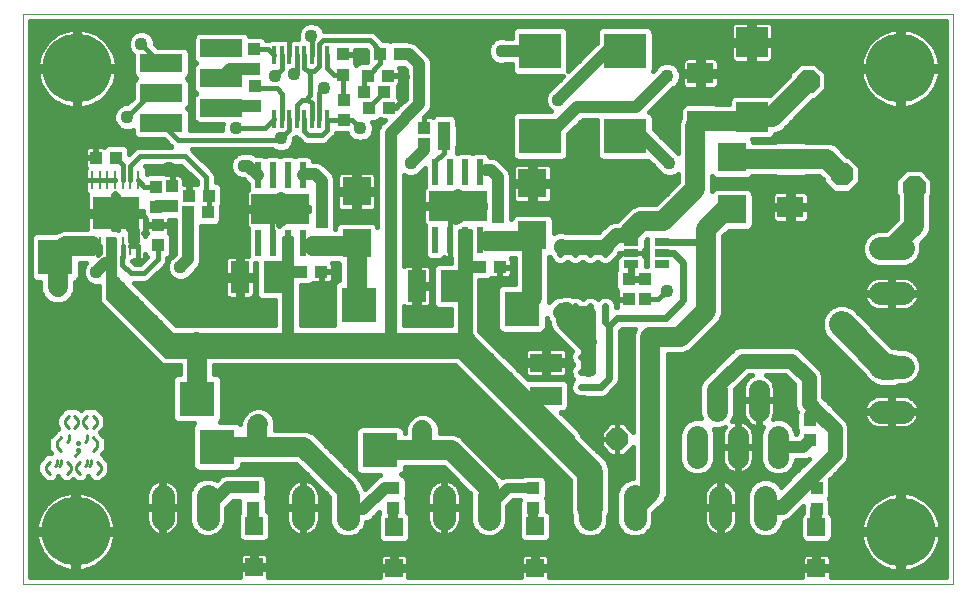
<source format=gtl>
G75*
G70*
%OFA0B0*%
%FSLAX24Y24*%
%IPPOS*%
%LPD*%
%AMOC8*
5,1,8,0,0,1.08239X$1,22.5*
%
%ADD10C,0.0000*%
%ADD11C,0.0100*%
%ADD12R,0.0197X0.0866*%
%ADD13R,0.1969X0.0984*%
%ADD14R,0.0630X0.1063*%
%ADD15R,0.0394X0.0433*%
%ADD16R,0.1181X0.1181*%
%ADD17R,0.0945X0.0945*%
%ADD18R,0.0098X0.0610*%
%ADD19R,0.1575X0.1102*%
%ADD20R,0.0433X0.0394*%
%ADD21R,0.1417X0.1181*%
%ADD22R,0.1063X0.1004*%
%ADD23R,0.0500X0.0250*%
%ADD24R,0.1063X0.0630*%
%ADD25C,0.0750*%
%ADD26R,0.0150X0.0600*%
%ADD27R,0.1409X0.0591*%
%ADD28R,0.0850X0.0701*%
%ADD29C,0.0152*%
%ADD30OC8,0.0760*%
%ADD31R,0.0591X0.0591*%
%ADD32C,0.0236*%
%ADD33C,0.0750*%
%ADD34OC8,0.0750*%
%ADD35C,0.2300*%
%ADD36C,0.0710*%
%ADD37C,0.0860*%
%ADD38C,0.0400*%
%ADD39C,0.0160*%
%ADD40C,0.0436*%
%ADD41C,0.0660*%
%ADD42C,0.0320*%
%ADD43C,0.0594*%
%ADD44C,0.0240*%
%ADD45C,0.0500*%
%ADD46C,0.0120*%
D10*
X000403Y002258D02*
X000403Y021258D01*
X031403Y021258D01*
X031403Y002258D01*
X000403Y002258D01*
D11*
X001295Y005930D02*
X001162Y006063D01*
X001162Y006197D01*
X001295Y006330D01*
X001469Y006197D02*
X001535Y006263D01*
X001535Y006397D01*
X001669Y006397D02*
X001669Y006263D01*
X001602Y006197D01*
X001852Y006330D02*
X001986Y006197D01*
X001986Y006063D01*
X001852Y005930D01*
X002159Y006063D02*
X002159Y006197D01*
X002293Y006330D01*
X002466Y006197D02*
X002533Y006263D01*
X002533Y006397D01*
X002666Y006397D02*
X002666Y006263D01*
X002600Y006197D01*
X002850Y006330D02*
X002983Y006197D01*
X002983Y006063D01*
X002850Y005930D01*
X002293Y005930D02*
X002159Y006063D01*
X002118Y006524D02*
X002271Y006678D01*
X002194Y006678D01*
X002194Y006754D01*
X002271Y006754D01*
X002271Y006678D01*
X002271Y006908D02*
X002194Y006908D01*
X002194Y006985D01*
X002271Y006985D01*
X002271Y006908D01*
X002461Y006985D02*
X002538Y007061D01*
X002538Y007215D01*
X002719Y007138D02*
X002873Y006985D01*
X002873Y006831D01*
X002719Y006678D01*
X001937Y007061D02*
X001860Y006985D01*
X001937Y007061D02*
X001937Y007215D01*
X001670Y007138D02*
X001516Y006985D01*
X001516Y006831D01*
X001670Y006678D01*
X001925Y007465D02*
X001792Y007599D01*
X001792Y007732D01*
X001925Y007865D01*
X002099Y007865D02*
X002232Y007732D01*
X002232Y007599D01*
X002099Y007465D01*
X002406Y007599D02*
X002406Y007732D01*
X002539Y007865D01*
X002712Y007865D02*
X002846Y007732D01*
X002846Y007599D01*
X002712Y007465D01*
X002539Y007465D02*
X002406Y007599D01*
D12*
X008221Y013618D03*
X008721Y013618D03*
X009221Y013618D03*
X009721Y013618D03*
X009721Y015882D03*
X009221Y015882D03*
X008721Y015882D03*
X008221Y015882D03*
X014130Y015982D03*
X014630Y015982D03*
X015130Y015982D03*
X015630Y015982D03*
X015630Y013718D03*
X015130Y013718D03*
X014630Y013718D03*
X014130Y013718D03*
D13*
X014886Y014848D03*
X008977Y014748D03*
D14*
X008728Y012471D03*
X007626Y012471D03*
X013513Y012180D03*
X014616Y012180D03*
D15*
X016228Y013813D03*
X016228Y014482D03*
X014439Y016902D03*
X014439Y017453D03*
X013769Y017453D03*
X013769Y016902D03*
X012590Y018121D03*
X011921Y018121D03*
X011775Y018658D03*
X012444Y018658D03*
X012295Y019918D03*
X012964Y019918D03*
X006598Y015181D03*
X005928Y015181D03*
X005374Y015512D03*
X005374Y014843D03*
X005902Y014649D03*
X006571Y014649D03*
X004885Y014217D03*
X004885Y013547D03*
X003492Y016456D03*
X002823Y016456D03*
X010359Y014331D03*
X010359Y013662D03*
D16*
X011578Y011554D03*
X006201Y008432D03*
X006854Y006829D03*
X012293Y006705D03*
X017017Y011429D03*
X001476Y013157D03*
D17*
X011512Y013601D03*
X011512Y015333D03*
X017372Y015606D03*
X017372Y013873D03*
X024032Y014735D03*
X024032Y016467D03*
D18*
X004228Y015713D03*
X003972Y015713D03*
X003717Y015713D03*
X003461Y015713D03*
X003205Y015713D03*
X002949Y015713D03*
X002693Y015713D03*
X002693Y013508D03*
X002949Y013508D03*
X003205Y013508D03*
X003461Y013508D03*
X003717Y013508D03*
X003972Y013508D03*
X004228Y013508D03*
D19*
X003480Y014610D03*
D20*
X004842Y014830D03*
X004842Y015499D03*
X008126Y018186D03*
X008126Y018855D03*
X008086Y019406D03*
X008086Y020075D03*
X011075Y019901D03*
X011075Y019232D03*
X011889Y019197D03*
X012559Y019197D03*
X011086Y018390D03*
X011086Y017721D03*
X015620Y012810D03*
X016289Y012810D03*
X020579Y012409D03*
X021141Y012403D03*
X021141Y011733D03*
X020579Y011740D03*
X026624Y007710D03*
X026624Y007041D03*
X026846Y005434D03*
X026846Y004764D03*
X017396Y004784D03*
X017396Y005454D03*
X012728Y005463D03*
X012728Y004793D03*
X008065Y004799D03*
X008065Y005468D03*
X009669Y012656D03*
X010338Y012656D03*
D21*
X017629Y017174D03*
X020463Y017174D03*
X020463Y020009D03*
X017629Y020009D03*
D22*
X024691Y020312D03*
X024691Y017812D03*
D23*
X021693Y013651D03*
X021693Y013277D03*
X021693Y012903D03*
X020662Y012903D03*
X020662Y013277D03*
X020662Y013651D03*
D24*
X017823Y009632D03*
X017823Y008530D03*
D25*
X019291Y005168D02*
X019291Y004418D01*
X020791Y004418D02*
X020791Y005168D01*
X023641Y005165D02*
X023641Y004415D01*
X025141Y004415D02*
X025141Y005165D01*
X028967Y007991D02*
X029717Y007991D01*
X029717Y009491D02*
X028967Y009491D01*
X028967Y011933D02*
X029717Y011933D01*
X029717Y013433D02*
X028967Y013433D01*
X015926Y005180D02*
X015926Y004430D01*
X014426Y004430D02*
X014426Y005180D01*
X011224Y005168D02*
X011224Y004418D01*
X009724Y004418D02*
X009724Y005168D01*
X006553Y005180D02*
X006553Y004430D01*
X005053Y004430D02*
X005053Y005180D01*
D26*
X008770Y017764D03*
X009020Y017764D03*
X009270Y017764D03*
X009520Y017764D03*
X009770Y017764D03*
X010020Y017764D03*
X010270Y017764D03*
X010520Y017764D03*
X010520Y019882D03*
X010270Y019882D03*
X010020Y019882D03*
X009770Y019882D03*
X009520Y019882D03*
X009270Y019882D03*
X009020Y019882D03*
X008770Y019882D03*
D27*
X007010Y020113D03*
X007010Y019113D03*
X007010Y018113D03*
X005010Y017613D03*
X005010Y018613D03*
X005010Y019613D03*
D28*
X022973Y019279D03*
X022973Y017677D03*
X025973Y016419D03*
X025973Y014816D03*
D29*
X030039Y015701D02*
X029963Y015777D01*
X030215Y015777D01*
X030392Y015600D01*
X030392Y015348D01*
X030215Y015171D01*
X029963Y015171D01*
X029786Y015348D01*
X029786Y015600D01*
X029963Y015777D01*
X030010Y015663D01*
X030168Y015663D01*
X030278Y015553D01*
X030278Y015395D01*
X030168Y015285D01*
X030010Y015285D01*
X029900Y015395D01*
X029900Y015553D01*
X030010Y015663D01*
X030058Y015549D01*
X030120Y015549D01*
X030164Y015505D01*
X030164Y015443D01*
X030120Y015399D01*
X030058Y015399D01*
X030014Y015443D01*
X030014Y015505D01*
X030058Y015549D01*
X026503Y019237D02*
X026427Y019313D01*
X026679Y019313D01*
X026856Y019136D01*
X026856Y018884D01*
X026679Y018707D01*
X026427Y018707D01*
X026250Y018884D01*
X026250Y019136D01*
X026427Y019313D01*
X026474Y019199D01*
X026632Y019199D01*
X026742Y019089D01*
X026742Y018931D01*
X026632Y018821D01*
X026474Y018821D01*
X026364Y018931D01*
X026364Y019089D01*
X026474Y019199D01*
X026522Y019085D01*
X026584Y019085D01*
X026628Y019041D01*
X026628Y018979D01*
X026584Y018935D01*
X026522Y018935D01*
X026478Y018979D01*
X026478Y019041D01*
X026522Y019085D01*
D30*
X027682Y015907D03*
X027682Y010907D03*
D31*
X026844Y004153D03*
X026844Y002775D03*
X017454Y002791D03*
X017454Y004169D03*
X012756Y004158D03*
X012756Y002780D03*
X008093Y002812D03*
X008093Y004190D03*
D32*
X018302Y011130D02*
X018302Y011504D01*
X018802Y011504D02*
X018802Y011130D01*
X019302Y011130D02*
X019302Y011504D01*
X019802Y011504D02*
X019802Y011130D01*
X019370Y010325D02*
X018996Y010325D01*
X018996Y009825D02*
X019370Y009825D01*
X019370Y009325D02*
X018996Y009325D01*
X018996Y008825D02*
X019370Y008825D01*
X021122Y008825D02*
X021496Y008825D01*
X021496Y009325D02*
X021122Y009325D01*
X021122Y009825D02*
X021496Y009825D01*
X021496Y010325D02*
X021122Y010325D01*
X019802Y013256D02*
X019802Y013630D01*
X019302Y013630D02*
X019302Y013256D01*
X018802Y013256D02*
X018802Y013630D01*
X018302Y013630D02*
X018302Y013256D01*
D33*
X018203Y007079D03*
D34*
X020203Y007079D03*
D35*
X029655Y003990D03*
X029635Y019443D03*
X002194Y019435D03*
X002151Y004006D03*
D36*
X022872Y006466D02*
X022872Y007176D01*
X023522Y008016D02*
X023522Y008726D01*
X024922Y008726D02*
X024922Y008016D01*
X025572Y007176D02*
X025572Y006466D01*
X024222Y006466D02*
X024222Y007176D01*
D37*
X019291Y005991D02*
X019291Y004793D01*
X019291Y005991D02*
X018203Y007079D01*
X027682Y010907D02*
X029098Y009491D01*
X029342Y009491D01*
X006197Y010217D02*
X006191Y010210D01*
D38*
X008728Y012471D02*
X009002Y012471D01*
X009222Y012691D01*
X009257Y012656D01*
X009669Y012656D01*
X010359Y014331D02*
X010359Y015688D01*
X010128Y015919D01*
X009758Y015919D01*
X009721Y015882D01*
X008221Y015882D02*
X007909Y016195D01*
X007765Y016195D01*
X005902Y014649D02*
X005902Y013071D01*
X005639Y012809D01*
X004104Y013675D02*
X004104Y014029D01*
X003986Y014147D01*
X003986Y014344D01*
X004842Y014830D02*
X004854Y014843D01*
X005374Y014843D01*
X003301Y012947D02*
X003139Y012947D01*
X002844Y012651D01*
X007010Y018113D02*
X007082Y018186D01*
X008126Y018186D01*
X007010Y019113D02*
X007303Y019406D01*
X008086Y019406D01*
X012647Y017297D02*
X012647Y010250D01*
X012687Y010210D01*
X012687Y010171D01*
X012647Y010210D01*
X012647Y010250D01*
X014969Y012180D02*
X015088Y012061D01*
X015088Y012297D01*
X015087Y012299D01*
X014969Y012180D02*
X014616Y012180D01*
X015205Y012810D02*
X015620Y012810D01*
X015205Y012810D02*
X015167Y012848D01*
X016228Y014482D02*
X016228Y015803D01*
X015994Y016037D01*
X015836Y016037D01*
X014439Y016902D02*
X014439Y017453D01*
X013769Y016902D02*
X013769Y016726D01*
X013317Y016273D01*
X012647Y017297D02*
X013592Y018242D01*
X013592Y019580D01*
X013255Y019918D01*
X012964Y019918D01*
X016348Y020014D02*
X016353Y020009D01*
X017629Y020009D01*
X018238Y018399D02*
X019847Y020009D01*
X020463Y020009D01*
X021860Y019187D02*
X020836Y018163D01*
X018868Y018163D01*
X017879Y017174D01*
X017629Y017174D01*
X017629Y016924D01*
X020463Y017174D02*
X021038Y017174D01*
X021939Y016273D01*
X026801Y008065D02*
X026624Y007888D01*
X026624Y007710D01*
X026624Y007041D02*
X026404Y006821D01*
X025572Y006821D01*
X026846Y004764D02*
X026844Y004762D01*
X026844Y004153D01*
X012728Y005463D02*
X012467Y005463D01*
X011742Y004738D01*
X011279Y004738D01*
X011224Y004793D01*
X008065Y004799D02*
X008065Y004218D01*
X008093Y004190D01*
X007217Y005468D02*
X006553Y004805D01*
X007217Y005468D02*
X008065Y005468D01*
D39*
X008160Y005905D02*
X008152Y005908D01*
X007304Y005908D01*
X007129Y005908D01*
X006967Y005841D01*
X006849Y005723D01*
X006675Y005795D01*
X006431Y005795D01*
X006205Y005701D01*
X006032Y005528D01*
X005938Y005302D01*
X005938Y004308D01*
X006032Y004081D01*
X006205Y003909D01*
X006431Y003815D01*
X006675Y003815D01*
X006901Y003909D01*
X007074Y004081D01*
X007168Y004308D01*
X007168Y004798D01*
X007399Y005028D01*
X007608Y005028D01*
X007608Y004636D01*
X007168Y004636D01*
X007168Y004794D02*
X007608Y004794D01*
X007608Y004636D02*
X007594Y004622D01*
X007557Y004533D01*
X007557Y003847D01*
X007594Y003759D01*
X007661Y003692D01*
X007749Y003655D01*
X008436Y003655D01*
X008524Y003692D01*
X008591Y003759D01*
X008628Y003847D01*
X008628Y004533D01*
X008591Y004622D01*
X008524Y004689D01*
X008521Y004690D01*
X008521Y005044D01*
X008485Y005132D01*
X008483Y005134D01*
X008485Y005135D01*
X008521Y005224D01*
X008521Y005713D01*
X008485Y005801D01*
X008417Y005869D01*
X008329Y005905D01*
X008160Y005905D01*
X008331Y005904D02*
X009848Y005904D01*
X009854Y005709D02*
X009937Y005682D01*
X010014Y005643D01*
X010085Y005591D01*
X010147Y005530D01*
X010198Y005459D01*
X010238Y005381D01*
X010265Y005298D01*
X010279Y005212D01*
X010279Y004838D01*
X009769Y004838D01*
X009769Y004748D01*
X010279Y004748D01*
X010279Y004374D01*
X010265Y004288D01*
X010238Y004205D01*
X010198Y004127D01*
X010147Y004056D01*
X010085Y003995D01*
X010014Y003943D01*
X009937Y003904D01*
X009854Y003877D01*
X009769Y003863D01*
X009769Y004748D01*
X009679Y004748D01*
X009679Y003863D01*
X009594Y003877D01*
X009511Y003904D01*
X009433Y003943D01*
X009362Y003995D01*
X009300Y004056D01*
X009249Y004127D01*
X009209Y004205D01*
X009182Y004288D01*
X009169Y004374D01*
X009169Y004748D01*
X009678Y004748D01*
X009678Y004838D01*
X009169Y004838D01*
X009169Y005212D01*
X009182Y005298D01*
X009209Y005381D01*
X009249Y005459D01*
X009300Y005530D01*
X009362Y005591D01*
X009433Y005643D01*
X009511Y005682D01*
X009594Y005709D01*
X009679Y005723D01*
X009679Y004838D01*
X009769Y004838D01*
X009769Y005723D01*
X009854Y005709D01*
X009769Y005587D02*
X009679Y005587D01*
X009679Y005429D02*
X009769Y005429D01*
X009769Y005270D02*
X009679Y005270D01*
X009679Y005111D02*
X009769Y005111D01*
X009769Y004953D02*
X009679Y004953D01*
X009678Y004794D02*
X008521Y004794D01*
X008521Y004953D02*
X009169Y004953D01*
X009169Y005111D02*
X008493Y005111D01*
X008521Y005270D02*
X009178Y005270D01*
X009233Y005429D02*
X008521Y005429D01*
X008521Y005587D02*
X009358Y005587D01*
X009690Y006063D02*
X007607Y006063D01*
X007580Y006035D02*
X007648Y006103D01*
X007684Y006191D01*
X007684Y006259D01*
X008085Y006259D01*
X008312Y006259D01*
X009493Y006259D01*
X010609Y005144D01*
X010609Y004296D01*
X010702Y004070D01*
X010875Y003897D01*
X011101Y003803D01*
X011346Y003803D01*
X011572Y003897D01*
X011745Y004070D01*
X011839Y004296D01*
X011839Y004302D01*
X011991Y004365D01*
X012115Y004489D01*
X012272Y004646D01*
X012272Y004604D01*
X012257Y004590D01*
X012221Y004501D01*
X012221Y003815D01*
X012257Y003727D01*
X012325Y003660D01*
X012413Y003623D01*
X013099Y003623D01*
X013187Y003660D01*
X013255Y003727D01*
X013291Y003815D01*
X013291Y004501D01*
X013255Y004590D01*
X013187Y004657D01*
X013185Y004658D01*
X013185Y005038D01*
X013148Y005126D01*
X013146Y005128D01*
X013148Y005130D01*
X013185Y005218D01*
X013185Y005707D01*
X013148Y005796D01*
X013081Y005863D01*
X012993Y005900D01*
X012992Y005900D01*
X013019Y005911D01*
X013087Y005978D01*
X013123Y006067D01*
X013123Y006135D01*
X013597Y006135D01*
X013824Y006135D01*
X014421Y006135D01*
X015311Y005245D01*
X015311Y004308D01*
X015404Y004081D01*
X015577Y003909D01*
X015803Y003815D01*
X016048Y003815D01*
X016274Y003909D01*
X016447Y004081D01*
X016541Y004308D01*
X016541Y004854D01*
X016740Y005054D01*
X016950Y005054D01*
X016940Y005029D01*
X016940Y004562D01*
X016919Y004512D01*
X016919Y003826D01*
X016956Y003738D01*
X017023Y003670D01*
X017111Y003634D01*
X017797Y003634D01*
X017886Y003670D01*
X017953Y003738D01*
X017990Y003826D01*
X017990Y004512D01*
X017953Y004600D01*
X017886Y004668D01*
X017853Y004681D01*
X017853Y005029D01*
X017816Y005117D01*
X017815Y005119D01*
X017816Y005121D01*
X017853Y005209D01*
X017853Y005698D01*
X017816Y005786D01*
X017749Y005854D01*
X017661Y005891D01*
X017132Y005891D01*
X017044Y005854D01*
X017044Y005854D01*
X016654Y005854D01*
X016495Y005854D01*
X016367Y005801D01*
X016238Y005930D01*
X015140Y007028D01*
X014980Y007188D01*
X014770Y007275D01*
X014280Y007275D01*
X014280Y007489D01*
X014193Y007699D01*
X014033Y007859D01*
X013824Y007946D01*
X013597Y007946D01*
X013387Y007859D01*
X013227Y007699D01*
X013140Y007489D01*
X013140Y007275D01*
X013123Y007275D01*
X013123Y007343D01*
X013087Y007431D01*
X013019Y007499D01*
X012931Y007535D01*
X011655Y007535D01*
X011566Y007499D01*
X011499Y007431D01*
X011462Y007343D01*
X011462Y006067D01*
X011499Y005978D01*
X011566Y005911D01*
X011655Y005874D01*
X012311Y005874D01*
X012217Y005836D01*
X011790Y005408D01*
X011761Y005479D01*
X011761Y005481D01*
X011674Y005691D01*
X011513Y005851D01*
X010212Y007152D01*
X010052Y007312D01*
X009843Y007399D01*
X008783Y007399D01*
X008808Y007459D01*
X008808Y007686D01*
X008721Y007895D01*
X008561Y008056D01*
X008351Y008143D01*
X008124Y008143D01*
X007915Y008056D01*
X007876Y008016D01*
X007715Y007856D01*
X007628Y007647D01*
X007628Y007575D01*
X007580Y007623D01*
X007492Y007660D01*
X006949Y007660D01*
X006995Y007706D01*
X007031Y007794D01*
X007031Y009071D01*
X006995Y009159D01*
X006927Y009226D01*
X006839Y009263D01*
X006771Y009263D01*
X006771Y009536D01*
X014798Y009536D01*
X017888Y006446D01*
X017978Y006356D01*
X018621Y005714D01*
X018621Y004660D01*
X018676Y004527D01*
X018676Y004296D01*
X018769Y004070D01*
X018942Y003897D01*
X019168Y003803D01*
X019413Y003803D01*
X019639Y003897D01*
X019812Y004070D01*
X019906Y004296D01*
X019906Y004527D01*
X019961Y004660D01*
X019961Y005858D01*
X019961Y006125D01*
X019859Y006371D01*
X019030Y007199D01*
X019030Y007203D01*
X018981Y007321D01*
X018328Y007975D01*
X018402Y007975D01*
X018491Y008011D01*
X018558Y008079D01*
X018595Y008167D01*
X018595Y008892D01*
X018558Y008981D01*
X018491Y009048D01*
X018402Y009085D01*
X017244Y009085D01*
X017225Y009077D01*
X015605Y010697D01*
X015605Y012370D01*
X015707Y012370D01*
X015715Y012374D01*
X015884Y012374D01*
X015972Y012410D01*
X016007Y012445D01*
X016049Y012434D01*
X016270Y012434D01*
X016270Y012792D01*
X016307Y012792D01*
X016307Y012434D01*
X016529Y012434D01*
X016575Y012446D01*
X016616Y012469D01*
X016650Y012503D01*
X016673Y012544D01*
X016685Y012590D01*
X016685Y012792D01*
X016308Y012792D01*
X016308Y012829D01*
X016685Y012829D01*
X016685Y013031D01*
X016673Y013077D01*
X016657Y013105D01*
X016802Y013105D01*
X016802Y012260D01*
X016379Y012260D01*
X016291Y012223D01*
X016223Y012156D01*
X016187Y012068D01*
X016187Y010791D01*
X016223Y010703D01*
X016291Y010635D01*
X016379Y010599D01*
X017656Y010599D01*
X017744Y010635D01*
X017811Y010703D01*
X017848Y010791D01*
X017848Y011125D01*
X017901Y010996D01*
X017936Y010961D01*
X017936Y010889D01*
X018023Y010679D01*
X018688Y010015D01*
X018638Y009896D01*
X018638Y009754D01*
X018693Y009622D01*
X018732Y009583D01*
X018732Y009567D01*
X018693Y009528D01*
X018638Y009396D01*
X018638Y009254D01*
X018693Y009122D01*
X018740Y009075D01*
X018426Y009075D01*
X018424Y009149D02*
X018465Y009173D01*
X018499Y009207D01*
X018522Y009248D01*
X018535Y009293D01*
X018535Y009554D01*
X017901Y009554D01*
X017901Y009137D01*
X018378Y009137D01*
X018424Y009149D01*
X018514Y009234D02*
X018647Y009234D01*
X018638Y009392D02*
X018535Y009392D01*
X018535Y009551D02*
X018716Y009551D01*
X018657Y009709D02*
X017901Y009709D01*
X017901Y009710D02*
X018535Y009710D01*
X018535Y009971D01*
X018522Y010016D01*
X018499Y010058D01*
X018465Y010091D01*
X018424Y010115D01*
X018378Y010127D01*
X017901Y010127D01*
X017901Y009710D01*
X017746Y009710D01*
X017746Y010127D01*
X017268Y010127D01*
X017222Y010115D01*
X017181Y010091D01*
X017148Y010058D01*
X017124Y010016D01*
X017112Y009971D01*
X017112Y009710D01*
X017745Y009710D01*
X017745Y009554D01*
X017112Y009554D01*
X017112Y009293D01*
X017124Y009248D01*
X017148Y009207D01*
X017181Y009173D01*
X017222Y009149D01*
X017268Y009137D01*
X017746Y009137D01*
X017746Y009554D01*
X017901Y009554D01*
X017901Y009710D01*
X017745Y009709D02*
X016593Y009709D01*
X016752Y009551D02*
X017112Y009551D01*
X017112Y009392D02*
X016910Y009392D01*
X017069Y009234D02*
X017132Y009234D01*
X016775Y009075D02*
X015712Y009075D01*
X015870Y008916D02*
X016933Y008916D01*
X017092Y008758D02*
X016029Y008758D01*
X016187Y008599D02*
X017250Y008599D01*
X017409Y008441D02*
X016346Y008441D01*
X016504Y008282D02*
X017567Y008282D01*
X017726Y008124D02*
X016663Y008124D01*
X016822Y007965D02*
X017885Y007965D01*
X018043Y007807D02*
X016980Y007807D01*
X017139Y007648D02*
X018202Y007648D01*
X018360Y007490D02*
X017297Y007490D01*
X017456Y007331D02*
X018519Y007331D01*
X018677Y007172D02*
X017614Y007172D01*
X017773Y007014D02*
X018545Y007014D01*
X018671Y007140D02*
X018159Y006628D01*
X014931Y009856D01*
X005167Y009856D01*
X003238Y011785D01*
X003238Y013754D01*
X003435Y013754D01*
X003435Y012494D01*
X005364Y010565D01*
X009104Y010565D01*
X009104Y013793D01*
X009340Y013793D01*
X009340Y010565D01*
X014970Y010565D01*
X014970Y014029D01*
X015285Y014029D01*
X015285Y010565D01*
X018710Y007140D01*
X018671Y007140D01*
X018971Y007331D02*
X019670Y007331D01*
X019648Y007309D02*
X019648Y007079D01*
X020203Y007079D01*
X020203Y007079D01*
X020203Y007634D01*
X019973Y007634D01*
X019648Y007309D01*
X019648Y007172D02*
X019057Y007172D01*
X019216Y007014D02*
X019648Y007014D01*
X019648Y007079D02*
X019648Y006849D01*
X019973Y006524D01*
X020203Y006524D01*
X020203Y007078D01*
X020203Y007078D01*
X020203Y006524D01*
X020433Y006524D01*
X020739Y006830D01*
X020739Y005783D01*
X020668Y005783D01*
X020442Y005689D01*
X020269Y005516D01*
X020176Y005290D01*
X020176Y004296D01*
X020269Y004070D01*
X020442Y003897D01*
X020668Y003803D01*
X020913Y003803D01*
X021139Y003897D01*
X021312Y004070D01*
X021406Y004296D01*
X021406Y004602D01*
X021792Y004988D01*
X021879Y005198D01*
X021879Y005425D01*
X021879Y008710D01*
X021879Y008712D01*
X021879Y008938D01*
X021879Y008940D01*
X021879Y009916D01*
X022179Y009916D01*
X022406Y009916D01*
X022616Y010003D01*
X023642Y011029D01*
X023729Y011239D01*
X023729Y011466D01*
X023729Y013522D01*
X023729Y013833D01*
X023919Y014022D01*
X024552Y014022D01*
X024641Y014059D01*
X024708Y014126D01*
X024745Y014215D01*
X024745Y015255D01*
X024708Y015343D01*
X024641Y015411D01*
X024552Y015447D01*
X023512Y015447D01*
X023424Y015411D01*
X023375Y015361D01*
X023375Y015840D01*
X023424Y015791D01*
X023512Y015755D01*
X024552Y015755D01*
X024641Y015791D01*
X024698Y015849D01*
X025451Y015849D01*
X025500Y015828D01*
X026446Y015828D01*
X026495Y015849D01*
X026934Y015849D01*
X027062Y015721D01*
X027062Y015650D01*
X027425Y015287D01*
X027939Y015287D01*
X028302Y015650D01*
X028302Y016164D01*
X027939Y016527D01*
X027868Y016527D01*
X027493Y016902D01*
X027284Y016989D01*
X027057Y016989D01*
X026495Y016989D01*
X026446Y017009D01*
X025500Y017009D01*
X025451Y016989D01*
X024744Y016989D01*
X024710Y017070D01*
X025271Y017070D01*
X025359Y017107D01*
X025426Y017174D01*
X025454Y017242D01*
X025469Y017242D01*
X025678Y017329D01*
X026739Y018390D01*
X026810Y018390D01*
X027173Y018753D01*
X027173Y019267D01*
X026810Y019630D01*
X026296Y019630D01*
X025933Y019267D01*
X025933Y019196D01*
X025285Y018548D01*
X025271Y018554D01*
X024112Y018554D01*
X024024Y018518D01*
X023956Y018450D01*
X023920Y018362D01*
X023920Y018246D01*
X023495Y018246D01*
X023446Y018267D01*
X022500Y018267D01*
X022412Y018230D01*
X022344Y018163D01*
X022308Y018075D01*
X022308Y017798D01*
X022235Y017622D01*
X022235Y017395D01*
X022235Y016625D01*
X022198Y016662D01*
X022154Y016680D01*
X021412Y017422D01*
X021412Y017812D01*
X021375Y017901D01*
X021308Y017968D01*
X021276Y017981D01*
X022076Y018780D01*
X022119Y018798D01*
X022248Y018927D01*
X022318Y019096D01*
X022318Y019278D01*
X022248Y019446D01*
X022119Y019575D01*
X021951Y019645D01*
X021769Y019645D01*
X021600Y019575D01*
X021471Y019446D01*
X021453Y019403D01*
X021405Y019355D01*
X021412Y019371D01*
X021412Y020647D01*
X021375Y020735D01*
X021308Y020803D01*
X021220Y020839D01*
X019707Y020839D01*
X019619Y020803D01*
X019551Y020735D01*
X019515Y020647D01*
X019515Y020299D01*
X019474Y020258D01*
X018571Y019354D01*
X018577Y019371D01*
X018577Y020647D01*
X018541Y020735D01*
X018473Y020803D01*
X018385Y020839D01*
X016872Y020839D01*
X016784Y020803D01*
X016717Y020735D01*
X016680Y020647D01*
X016680Y020449D01*
X016494Y020449D01*
X016439Y020472D01*
X016257Y020472D01*
X016089Y020402D01*
X015960Y020273D01*
X015890Y020105D01*
X015890Y019922D01*
X015960Y019754D01*
X016089Y019625D01*
X016257Y019555D01*
X016439Y019555D01*
X016471Y019569D01*
X016680Y019569D01*
X016680Y019371D01*
X016717Y019282D01*
X016784Y019215D01*
X016872Y019178D01*
X018385Y019178D01*
X018401Y019185D01*
X018022Y018806D01*
X017978Y018788D01*
X017849Y018659D01*
X017780Y018490D01*
X017780Y018308D01*
X017849Y018140D01*
X017978Y018011D01*
X017994Y018005D01*
X016872Y018005D01*
X016784Y017968D01*
X016717Y017901D01*
X016680Y017812D01*
X016680Y016536D01*
X016717Y016448D01*
X016784Y016380D01*
X016872Y016344D01*
X018385Y016344D01*
X018473Y016380D01*
X018541Y016448D01*
X018577Y016536D01*
X018577Y017251D01*
X019050Y017723D01*
X019515Y017723D01*
X019515Y016536D01*
X019551Y016448D01*
X019619Y016380D01*
X019707Y016344D01*
X021220Y016344D01*
X021238Y016351D01*
X021532Y016058D01*
X021550Y016014D01*
X021679Y015885D01*
X021847Y015815D01*
X022030Y015815D01*
X022198Y015885D01*
X022235Y015922D01*
X022235Y015643D01*
X021506Y014914D01*
X021107Y014914D01*
X020880Y014914D01*
X020671Y014827D01*
X020205Y014362D01*
X020069Y014362D01*
X019889Y014287D01*
X019570Y013968D01*
X019422Y013968D01*
X019374Y013988D01*
X019231Y013988D01*
X019183Y013968D01*
X018922Y013968D01*
X018874Y013988D01*
X018731Y013988D01*
X018683Y013968D01*
X018509Y013968D01*
X018414Y014007D01*
X018219Y014007D01*
X018084Y013951D01*
X018084Y014394D01*
X018048Y014482D01*
X017980Y014549D01*
X017892Y014586D01*
X016851Y014586D01*
X016763Y014549D01*
X016696Y014482D01*
X016668Y014415D01*
X016668Y015715D01*
X016668Y015890D01*
X016601Y016052D01*
X016367Y016286D01*
X016243Y016410D01*
X016081Y016477D01*
X015962Y016477D01*
X015932Y016551D01*
X015864Y016619D01*
X015776Y016655D01*
X015484Y016655D01*
X015396Y016619D01*
X015380Y016603D01*
X015364Y016619D01*
X015276Y016655D01*
X014984Y016655D01*
X014896Y016619D01*
X014880Y016603D01*
X014867Y016616D01*
X014875Y016637D01*
X014875Y016807D01*
X014879Y016814D01*
X014879Y017540D01*
X014875Y017548D01*
X014875Y017717D01*
X014839Y017805D01*
X014771Y017873D01*
X014683Y017909D01*
X014194Y017909D01*
X014106Y017873D01*
X014057Y017825D01*
X014036Y017837D01*
X013990Y017849D01*
X013822Y017849D01*
X013841Y017869D01*
X013965Y017993D01*
X014032Y018154D01*
X014032Y019668D01*
X013965Y019830D01*
X013841Y019953D01*
X013504Y020291D01*
X013342Y020358D01*
X013249Y020358D01*
X013209Y020374D01*
X012720Y020374D01*
X012631Y020338D01*
X012630Y020336D01*
X012628Y020338D01*
X012539Y020374D01*
X012404Y020374D01*
X012139Y020639D01*
X012021Y020688D01*
X011894Y020688D01*
X010438Y020688D01*
X010398Y020785D01*
X010269Y020914D01*
X010101Y020983D01*
X009918Y020983D01*
X009750Y020914D01*
X009621Y020785D01*
X009551Y020616D01*
X009551Y020434D01*
X009556Y020422D01*
X009398Y020422D01*
X009309Y020386D01*
X009286Y020362D01*
X009270Y020362D01*
X009255Y020362D01*
X009231Y020386D01*
X009143Y020422D01*
X008898Y020422D01*
X008895Y020421D01*
X008893Y020422D01*
X008648Y020422D01*
X008582Y020395D01*
X008514Y020395D01*
X008511Y020395D01*
X008506Y020408D01*
X008439Y020476D01*
X008350Y020512D01*
X007931Y020512D01*
X007918Y020544D01*
X007851Y020612D01*
X007762Y020648D01*
X006257Y020648D01*
X006169Y020612D01*
X006102Y020544D01*
X006065Y020456D01*
X006065Y019770D01*
X006102Y019682D01*
X006169Y019614D01*
X006172Y019613D01*
X006169Y019612D01*
X006102Y019544D01*
X006065Y019456D01*
X006065Y018770D01*
X006102Y018682D01*
X006169Y018614D01*
X006172Y018613D01*
X006169Y018612D01*
X006102Y018544D01*
X006065Y018456D01*
X006065Y017770D01*
X006102Y017682D01*
X006169Y017614D01*
X006257Y017578D01*
X007045Y017578D01*
X007032Y017546D01*
X007032Y017381D01*
X005955Y017381D01*
X005955Y017956D01*
X005918Y018044D01*
X005851Y018112D01*
X005847Y018113D01*
X005851Y018114D01*
X005918Y018182D01*
X005955Y018270D01*
X005955Y018956D01*
X005918Y019044D01*
X005851Y019112D01*
X005847Y019113D01*
X005851Y019114D01*
X005918Y019182D01*
X005955Y019270D01*
X005955Y019956D01*
X005918Y020044D01*
X005851Y020112D01*
X005762Y020148D01*
X004894Y020148D01*
X004798Y020244D01*
X004798Y020341D01*
X004729Y020509D01*
X004600Y020638D01*
X004431Y020708D01*
X004249Y020708D01*
X004081Y020638D01*
X003952Y020509D01*
X003882Y020341D01*
X003882Y020159D01*
X003952Y019990D01*
X004065Y019877D01*
X004065Y019270D01*
X004102Y019182D01*
X004169Y019114D01*
X004172Y019113D01*
X004169Y019112D01*
X004102Y019044D01*
X004065Y018956D01*
X004065Y018459D01*
X003873Y018267D01*
X003777Y018267D01*
X003608Y018197D01*
X003479Y018068D01*
X003410Y017900D01*
X003410Y017718D01*
X003479Y017549D01*
X003608Y017420D01*
X003777Y017351D01*
X003959Y017351D01*
X004065Y017395D01*
X004065Y017270D01*
X004102Y017182D01*
X004169Y017114D01*
X004257Y017078D01*
X005093Y017078D01*
X005341Y016830D01*
X004364Y016830D01*
X004237Y016830D01*
X004119Y016781D01*
X003929Y016590D01*
X003929Y016721D01*
X003892Y016809D01*
X003825Y016876D01*
X003737Y016913D01*
X003248Y016913D01*
X003159Y016876D01*
X003111Y016828D01*
X003089Y016841D01*
X003043Y016853D01*
X002841Y016853D01*
X002841Y016475D01*
X002804Y016475D01*
X002804Y016438D01*
X002446Y016438D01*
X002446Y016216D01*
X002458Y016170D01*
X002482Y016129D01*
X002494Y016118D01*
X002476Y016087D01*
X002464Y016042D01*
X002464Y015713D01*
X002692Y015713D01*
X002692Y015713D01*
X002464Y015713D01*
X002464Y015384D01*
X002476Y015338D01*
X002500Y015297D01*
X002533Y015264D01*
X002541Y015259D01*
X002525Y015231D01*
X002513Y015185D01*
X002513Y014690D01*
X003400Y014690D01*
X003400Y014530D01*
X003560Y014530D01*
X003560Y014052D01*
X003558Y014053D01*
X003548Y014053D01*
X003498Y014074D01*
X003400Y014074D01*
X003400Y014530D01*
X002513Y014530D01*
X002513Y014078D01*
X001714Y014078D01*
X001505Y013991D01*
X001501Y013987D01*
X000838Y013987D01*
X000750Y013951D01*
X000682Y013883D01*
X000646Y013795D01*
X000646Y012519D01*
X000682Y012430D01*
X000750Y012363D01*
X000838Y012326D01*
X000975Y012326D01*
X000975Y012026D01*
X001062Y011817D01*
X001222Y011656D01*
X001431Y011570D01*
X001658Y011570D01*
X001868Y011656D01*
X002028Y011817D01*
X002115Y012026D01*
X002115Y012326D01*
X002203Y012363D01*
X002270Y012430D01*
X002307Y012519D01*
X002307Y012938D01*
X002483Y012938D01*
X002456Y012911D01*
X002386Y012742D01*
X002386Y012560D01*
X002456Y012392D01*
X002585Y012263D01*
X002753Y012193D01*
X002918Y012193D01*
X002918Y011849D01*
X002918Y011721D01*
X002966Y011604D01*
X004896Y009675D01*
X004986Y009585D01*
X005103Y009536D01*
X005631Y009536D01*
X005631Y009263D01*
X005562Y009263D01*
X005474Y009226D01*
X005407Y009159D01*
X005370Y009071D01*
X005370Y007794D01*
X005407Y007706D01*
X005474Y007638D01*
X005562Y007602D01*
X006106Y007602D01*
X006060Y007556D01*
X006023Y007468D01*
X006023Y006191D01*
X006060Y006103D01*
X006127Y006035D01*
X006215Y005999D01*
X007492Y005999D01*
X007580Y006035D01*
X007684Y006221D02*
X009531Y006221D01*
X010007Y005746D02*
X008508Y005746D01*
X007608Y004953D02*
X007323Y004953D01*
X007168Y004477D02*
X007557Y004477D01*
X007557Y004319D02*
X007168Y004319D01*
X007107Y004160D02*
X007557Y004160D01*
X007557Y004002D02*
X006995Y004002D01*
X006744Y003843D02*
X007559Y003843D01*
X007678Y003685D02*
X003443Y003685D01*
X003443Y003682D02*
X003468Y003810D01*
X003480Y003926D01*
X002231Y003926D01*
X002231Y004086D01*
X002071Y004086D01*
X002071Y005334D01*
X001956Y005323D01*
X001828Y005297D01*
X001703Y005259D01*
X001582Y005209D01*
X001467Y005148D01*
X001358Y005075D01*
X001257Y004992D01*
X001165Y004900D01*
X001082Y004799D01*
X001009Y004690D01*
X000947Y004575D01*
X000897Y004454D01*
X000859Y004329D01*
X000834Y004201D01*
X000823Y004086D01*
X002071Y004086D01*
X002071Y003926D01*
X000823Y003926D01*
X000834Y003810D01*
X000859Y003682D01*
X000897Y003557D01*
X000947Y003436D01*
X001009Y003321D01*
X001082Y003212D01*
X001165Y003111D01*
X001257Y003019D01*
X001358Y002936D01*
X001467Y002864D01*
X001582Y002802D01*
X001703Y002752D01*
X001828Y002714D01*
X001956Y002688D01*
X002071Y002677D01*
X002071Y003925D01*
X002231Y003925D01*
X002231Y002677D01*
X002347Y002688D01*
X002475Y002714D01*
X002600Y002752D01*
X002721Y002802D01*
X002836Y002864D01*
X002944Y002936D01*
X003045Y003019D01*
X003138Y003111D01*
X003221Y003212D01*
X003293Y003321D01*
X003355Y003436D01*
X003405Y003557D01*
X003443Y003682D01*
X003472Y003843D02*
X006363Y003843D01*
X006112Y004002D02*
X005408Y004002D01*
X005415Y004007D02*
X005476Y004068D01*
X005528Y004139D01*
X005567Y004217D01*
X005594Y004300D01*
X005608Y004386D01*
X005608Y004760D01*
X005098Y004760D01*
X005098Y003875D01*
X005183Y003889D01*
X005266Y003916D01*
X005344Y003955D01*
X005415Y004007D01*
X005539Y004160D02*
X005999Y004160D01*
X005938Y004319D02*
X005597Y004319D01*
X005608Y004477D02*
X005938Y004477D01*
X005938Y004636D02*
X005608Y004636D01*
X005608Y004850D02*
X005608Y005224D01*
X005594Y005310D01*
X005567Y005393D01*
X005528Y005471D01*
X005476Y005541D01*
X005415Y005603D01*
X005344Y005655D01*
X005266Y005694D01*
X005183Y005721D01*
X005098Y005735D01*
X005098Y004850D01*
X005008Y004850D01*
X005008Y005735D01*
X004923Y005721D01*
X004840Y005694D01*
X004762Y005655D01*
X004692Y005603D01*
X004630Y005541D01*
X004578Y005471D01*
X004539Y005393D01*
X004512Y005310D01*
X004498Y005224D01*
X004498Y004850D01*
X005008Y004850D01*
X005008Y004760D01*
X004498Y004760D01*
X004498Y004386D01*
X004512Y004300D01*
X004539Y004217D01*
X004578Y004139D01*
X004630Y004068D01*
X004692Y004007D01*
X004762Y003955D01*
X004840Y003916D01*
X004923Y003889D01*
X005008Y003875D01*
X005008Y004760D01*
X005098Y004760D01*
X005098Y004850D01*
X005608Y004850D01*
X005608Y004953D02*
X005938Y004953D01*
X005938Y005111D02*
X005608Y005111D01*
X005601Y005270D02*
X005938Y005270D01*
X005990Y005429D02*
X005549Y005429D01*
X005431Y005587D02*
X006091Y005587D01*
X006312Y005746D02*
X003076Y005746D01*
X003014Y005684D02*
X003147Y005817D01*
X003229Y005899D01*
X003273Y006005D01*
X003273Y006139D01*
X003273Y006254D01*
X003229Y006361D01*
X003021Y006569D01*
X003037Y006585D01*
X003118Y006667D01*
X003163Y006773D01*
X003163Y006927D01*
X003163Y007042D01*
X003163Y007042D01*
X003118Y007149D01*
X003037Y007230D01*
X002962Y007305D01*
X003010Y007353D01*
X003092Y007434D01*
X003136Y007541D01*
X003136Y007674D01*
X003136Y007790D01*
X003092Y007896D01*
X002877Y008111D01*
X002770Y008155D01*
X002655Y008155D01*
X002626Y008143D01*
X002597Y008155D01*
X002481Y008155D01*
X002375Y008111D01*
X002319Y008055D01*
X002263Y008111D01*
X002156Y008155D01*
X002041Y008155D01*
X002012Y008143D01*
X001983Y008155D01*
X001867Y008155D01*
X001761Y008111D01*
X001546Y007896D01*
X001502Y007790D01*
X001502Y007674D01*
X001502Y007541D01*
X001546Y007434D01*
X001570Y007411D01*
X001505Y007384D01*
X001352Y007230D01*
X001270Y007149D01*
X001226Y007042D01*
X001226Y006927D01*
X001226Y006889D01*
X001226Y006773D01*
X001270Y006667D01*
X001317Y006620D01*
X001238Y006620D01*
X001131Y006576D01*
X000916Y006361D01*
X000872Y006254D01*
X000872Y006139D01*
X000872Y006005D01*
X000916Y005899D01*
X000998Y005817D01*
X001131Y005684D01*
X001238Y005640D01*
X001353Y005640D01*
X001459Y005684D01*
X001541Y005765D01*
X001574Y005844D01*
X001606Y005765D01*
X001688Y005684D01*
X001795Y005640D01*
X001910Y005640D01*
X002017Y005684D01*
X002072Y005740D01*
X002128Y005684D01*
X002235Y005640D01*
X002350Y005640D01*
X002457Y005684D01*
X002538Y005765D01*
X002571Y005844D01*
X002604Y005765D01*
X002685Y005684D01*
X002792Y005640D01*
X002907Y005640D01*
X003014Y005684D01*
X003231Y005904D02*
X007119Y005904D01*
X006872Y005746D02*
X006794Y005746D01*
X006100Y006063D02*
X003273Y006063D01*
X003273Y006221D02*
X006023Y006221D01*
X006023Y006380D02*
X003210Y006380D01*
X003051Y006538D02*
X006023Y006538D01*
X006023Y006697D02*
X003131Y006697D01*
X003163Y006855D02*
X006023Y006855D01*
X006023Y007014D02*
X003163Y007014D01*
X003095Y007172D02*
X006023Y007172D01*
X006023Y007331D02*
X002988Y007331D01*
X003037Y007230D02*
X003037Y007230D01*
X003115Y007490D02*
X006032Y007490D01*
X005465Y007648D02*
X003136Y007648D01*
X003129Y007807D02*
X005370Y007807D01*
X005370Y007965D02*
X003023Y007965D01*
X002847Y008124D02*
X005370Y008124D01*
X005370Y008282D02*
X000643Y008282D01*
X000643Y008124D02*
X001791Y008124D01*
X001615Y007965D02*
X000643Y007965D01*
X000643Y007807D02*
X001509Y007807D01*
X001502Y007648D02*
X000643Y007648D01*
X000643Y007490D02*
X001523Y007490D01*
X001452Y007331D02*
X000643Y007331D01*
X000643Y007172D02*
X001294Y007172D01*
X001352Y007230D02*
X001352Y007230D01*
X001226Y007042D02*
X001226Y007042D01*
X001226Y007014D02*
X000643Y007014D01*
X000643Y006855D02*
X001226Y006855D01*
X001258Y006697D02*
X000643Y006697D01*
X000643Y006538D02*
X001093Y006538D01*
X000935Y006380D02*
X000643Y006380D01*
X000643Y006221D02*
X000872Y006221D01*
X000872Y006063D02*
X000643Y006063D01*
X000643Y005904D02*
X000914Y005904D01*
X001069Y005746D02*
X000643Y005746D01*
X000643Y005587D02*
X004675Y005587D01*
X004557Y005429D02*
X000643Y005429D01*
X000643Y005270D02*
X001737Y005270D01*
X002071Y005270D02*
X002231Y005270D01*
X002231Y005334D02*
X002347Y005323D01*
X002475Y005297D01*
X002600Y005259D01*
X002721Y005209D01*
X002836Y005148D01*
X002944Y005075D01*
X003045Y004992D01*
X003138Y004900D01*
X003221Y004799D01*
X003293Y004690D01*
X003355Y004575D01*
X003405Y004454D01*
X003443Y004329D01*
X003468Y004201D01*
X003480Y004086D01*
X002231Y004086D01*
X002231Y005334D01*
X002231Y005111D02*
X002071Y005111D01*
X002071Y004953D02*
X002231Y004953D01*
X002231Y004794D02*
X002071Y004794D01*
X002071Y004636D02*
X002231Y004636D01*
X002231Y004477D02*
X002071Y004477D01*
X002071Y004319D02*
X002231Y004319D01*
X002231Y004160D02*
X002071Y004160D01*
X002071Y004002D02*
X000643Y004002D01*
X000643Y004160D02*
X000830Y004160D01*
X000857Y004319D02*
X000643Y004319D01*
X000643Y004477D02*
X000907Y004477D01*
X000980Y004636D02*
X000643Y004636D01*
X000643Y004794D02*
X001079Y004794D01*
X001218Y004953D02*
X000643Y004953D01*
X000643Y005111D02*
X001412Y005111D01*
X001521Y005746D02*
X001626Y005746D01*
X002519Y005746D02*
X002624Y005746D01*
X002565Y005270D02*
X004506Y005270D01*
X004498Y005111D02*
X002890Y005111D01*
X003085Y004953D02*
X004498Y004953D01*
X004498Y004636D02*
X003322Y004636D01*
X003395Y004477D02*
X004498Y004477D01*
X004509Y004319D02*
X003445Y004319D01*
X003472Y004160D02*
X004568Y004160D01*
X004698Y004002D02*
X002231Y004002D01*
X002231Y003843D02*
X002071Y003843D01*
X002071Y003685D02*
X002231Y003685D01*
X002231Y003526D02*
X002071Y003526D01*
X002071Y003367D02*
X002231Y003367D01*
X002231Y003209D02*
X002071Y003209D01*
X002071Y003050D02*
X002231Y003050D01*
X002231Y002892D02*
X002071Y002892D01*
X002071Y002733D02*
X002231Y002733D01*
X002538Y002733D02*
X007617Y002733D01*
X007617Y002745D02*
X007617Y002498D01*
X000643Y002498D01*
X000643Y021018D01*
X031163Y021018D01*
X031163Y002498D01*
X027319Y002498D01*
X027319Y002707D01*
X026912Y002707D01*
X026912Y002843D01*
X027319Y002843D01*
X027319Y003094D01*
X027307Y003140D01*
X027283Y003181D01*
X027249Y003214D01*
X027208Y003238D01*
X027163Y003250D01*
X026911Y003250D01*
X026911Y002843D01*
X026776Y002843D01*
X026776Y003250D01*
X026525Y003250D01*
X026479Y003238D01*
X026438Y003214D01*
X026404Y003181D01*
X026381Y003140D01*
X026368Y003094D01*
X026368Y002843D01*
X026776Y002843D01*
X026776Y002707D01*
X026368Y002707D01*
X026368Y002498D01*
X017930Y002498D01*
X017930Y002723D01*
X017522Y002723D01*
X017522Y002859D01*
X017387Y002859D01*
X017387Y003266D01*
X017135Y003266D01*
X017090Y003254D01*
X017049Y003230D01*
X017015Y003197D01*
X016991Y003156D01*
X016979Y003110D01*
X016979Y002859D01*
X017386Y002859D01*
X017386Y002723D01*
X016979Y002723D01*
X016979Y002498D01*
X013231Y002498D01*
X013231Y002713D01*
X012824Y002713D01*
X012824Y002848D01*
X013231Y002848D01*
X013231Y003099D01*
X013219Y003145D01*
X013195Y003186D01*
X013162Y003220D01*
X013121Y003243D01*
X013075Y003256D01*
X012824Y003256D01*
X012824Y002848D01*
X012688Y002848D01*
X012688Y002713D01*
X012281Y002713D01*
X012281Y002498D01*
X008568Y002498D01*
X008568Y002745D01*
X008160Y002745D01*
X008160Y002880D01*
X008025Y002880D01*
X008025Y003288D01*
X007774Y003288D01*
X007728Y003275D01*
X007687Y003252D01*
X007653Y003218D01*
X007630Y003177D01*
X007617Y003131D01*
X007617Y002880D01*
X008025Y002880D01*
X008025Y002745D01*
X007617Y002745D01*
X007617Y002892D02*
X002878Y002892D01*
X003077Y003050D02*
X007617Y003050D01*
X007648Y003209D02*
X003218Y003209D01*
X003318Y003367D02*
X028480Y003367D01*
X028451Y003421D02*
X028513Y003305D01*
X028586Y003197D01*
X028668Y003096D01*
X028761Y003003D01*
X028862Y002920D01*
X028971Y002848D01*
X029086Y002786D01*
X029206Y002736D01*
X029332Y002698D01*
X029460Y002673D01*
X029575Y002661D01*
X029575Y003910D01*
X028327Y003910D01*
X028338Y003794D01*
X028363Y003666D01*
X028401Y003541D01*
X028451Y003421D01*
X028408Y003526D02*
X003392Y003526D01*
X003224Y004794D02*
X005008Y004794D01*
X005098Y004794D02*
X005938Y004794D01*
X005098Y004636D02*
X005008Y004636D01*
X005008Y004477D02*
X005098Y004477D01*
X005098Y004319D02*
X005008Y004319D01*
X005008Y004160D02*
X005098Y004160D01*
X005098Y004002D02*
X005008Y004002D01*
X005008Y004953D02*
X005098Y004953D01*
X005098Y005111D02*
X005008Y005111D01*
X005008Y005270D02*
X005098Y005270D01*
X005098Y005429D02*
X005008Y005429D01*
X005008Y005587D02*
X005098Y005587D01*
X007520Y007648D02*
X007629Y007648D01*
X007695Y007807D02*
X007031Y007807D01*
X007031Y007965D02*
X007824Y007965D01*
X008079Y008124D02*
X007031Y008124D01*
X007031Y008282D02*
X016052Y008282D01*
X016210Y008124D02*
X008397Y008124D01*
X008651Y007965D02*
X016369Y007965D01*
X016528Y007807D02*
X014085Y007807D01*
X014214Y007648D02*
X016686Y007648D01*
X016845Y007490D02*
X014280Y007490D01*
X014280Y007331D02*
X017003Y007331D01*
X017162Y007172D02*
X014995Y007172D01*
X015154Y007014D02*
X017320Y007014D01*
X017479Y006855D02*
X015312Y006855D01*
X015471Y006697D02*
X017637Y006697D01*
X017796Y006538D02*
X015629Y006538D01*
X015788Y006380D02*
X017954Y006380D01*
X017978Y006356D02*
X017978Y006356D01*
X018113Y006221D02*
X015946Y006221D01*
X016105Y006063D02*
X018272Y006063D01*
X018430Y005904D02*
X016264Y005904D01*
X015285Y005270D02*
X014973Y005270D01*
X014967Y005310D02*
X014940Y005393D01*
X014900Y005471D01*
X014849Y005541D01*
X014787Y005603D01*
X014716Y005655D01*
X014639Y005694D01*
X014556Y005721D01*
X014471Y005735D01*
X014471Y004850D01*
X014981Y004850D01*
X014981Y005224D01*
X014967Y005310D01*
X014922Y005429D02*
X015127Y005429D01*
X014968Y005587D02*
X014803Y005587D01*
X014810Y005746D02*
X013169Y005746D01*
X013185Y005587D02*
X014048Y005587D01*
X014064Y005603D02*
X014002Y005541D01*
X013951Y005471D01*
X013911Y005393D01*
X013884Y005310D01*
X013871Y005224D01*
X013871Y004850D01*
X014380Y004850D01*
X014380Y004760D01*
X013871Y004760D01*
X013871Y004386D01*
X013884Y004300D01*
X013911Y004217D01*
X013951Y004139D01*
X014002Y004068D01*
X014064Y004007D01*
X014135Y003955D01*
X014213Y003916D01*
X014296Y003889D01*
X014381Y003875D01*
X014381Y004760D01*
X014471Y004760D01*
X014471Y004850D01*
X014381Y004850D01*
X014381Y005735D01*
X014296Y005721D01*
X014213Y005694D01*
X014135Y005655D01*
X014064Y005603D01*
X013929Y005429D02*
X013185Y005429D01*
X013185Y005270D02*
X013878Y005270D01*
X013871Y005111D02*
X013154Y005111D01*
X013185Y004953D02*
X013871Y004953D01*
X013871Y004636D02*
X013208Y004636D01*
X013185Y004794D02*
X014380Y004794D01*
X014471Y004794D02*
X015311Y004794D01*
X015311Y004636D02*
X014981Y004636D01*
X014981Y004760D02*
X014471Y004760D01*
X014471Y003875D01*
X014556Y003889D01*
X014639Y003916D01*
X014716Y003955D01*
X014787Y004007D01*
X014849Y004068D01*
X014900Y004139D01*
X014940Y004217D01*
X014967Y004300D01*
X014981Y004386D01*
X014981Y004760D01*
X014981Y004953D02*
X015311Y004953D01*
X015311Y005111D02*
X014981Y005111D01*
X014471Y005111D02*
X014381Y005111D01*
X014381Y004953D02*
X014471Y004953D01*
X014471Y004636D02*
X014381Y004636D01*
X014381Y004477D02*
X014471Y004477D01*
X014471Y004319D02*
X014381Y004319D01*
X014381Y004160D02*
X014471Y004160D01*
X014471Y004002D02*
X014381Y004002D01*
X014071Y004002D02*
X013291Y004002D01*
X013291Y004160D02*
X013940Y004160D01*
X013881Y004319D02*
X013291Y004319D01*
X013291Y004477D02*
X013871Y004477D01*
X013291Y003843D02*
X015735Y003843D01*
X015484Y004002D02*
X014780Y004002D01*
X014911Y004160D02*
X015372Y004160D01*
X015311Y004319D02*
X014970Y004319D01*
X014981Y004477D02*
X015311Y004477D01*
X016116Y003843D02*
X016919Y003843D01*
X016919Y004002D02*
X016367Y004002D01*
X016479Y004160D02*
X016919Y004160D01*
X016919Y004319D02*
X016541Y004319D01*
X016541Y004477D02*
X016919Y004477D01*
X016940Y004636D02*
X016541Y004636D01*
X016541Y004794D02*
X016940Y004794D01*
X016940Y004953D02*
X016639Y004953D01*
X017819Y005111D02*
X018621Y005111D01*
X018621Y004953D02*
X017853Y004953D01*
X017853Y004794D02*
X018621Y004794D01*
X018630Y004636D02*
X017918Y004636D01*
X017990Y004477D02*
X018676Y004477D01*
X018676Y004319D02*
X017990Y004319D01*
X017990Y004160D02*
X018732Y004160D01*
X018837Y004002D02*
X017990Y004002D01*
X017990Y003843D02*
X019072Y003843D01*
X019509Y003843D02*
X020572Y003843D01*
X020337Y004002D02*
X019744Y004002D01*
X019849Y004160D02*
X020232Y004160D01*
X020176Y004319D02*
X019906Y004319D01*
X019906Y004477D02*
X020176Y004477D01*
X020176Y004636D02*
X019951Y004636D01*
X019961Y004794D02*
X020176Y004794D01*
X020176Y004953D02*
X019961Y004953D01*
X019961Y005111D02*
X020176Y005111D01*
X020176Y005270D02*
X019961Y005270D01*
X019961Y005429D02*
X020233Y005429D01*
X020340Y005587D02*
X019961Y005587D01*
X019961Y005746D02*
X020578Y005746D01*
X020739Y005904D02*
X019961Y005904D01*
X019961Y006063D02*
X020739Y006063D01*
X020739Y006221D02*
X019921Y006221D01*
X019850Y006380D02*
X020739Y006380D01*
X020739Y006538D02*
X020447Y006538D01*
X020606Y006697D02*
X020739Y006697D01*
X020203Y006697D02*
X020203Y006697D01*
X020203Y006855D02*
X020203Y006855D01*
X020203Y007014D02*
X020203Y007014D01*
X020203Y007079D02*
X019648Y007079D01*
X019648Y006855D02*
X019374Y006855D01*
X019533Y006697D02*
X019800Y006697D01*
X019691Y006538D02*
X019959Y006538D01*
X020203Y006538D02*
X020203Y006538D01*
X020203Y007079D02*
X020203Y007079D01*
X020203Y007634D01*
X020433Y007634D01*
X020739Y007328D01*
X020739Y008712D01*
X020739Y008939D01*
X020739Y010599D01*
X020804Y010756D01*
X020349Y010756D01*
X020291Y010697D01*
X020291Y009036D01*
X020236Y008904D01*
X020135Y008803D01*
X019852Y008520D01*
X019719Y008465D01*
X019576Y008465D01*
X019112Y008465D01*
X019107Y008467D01*
X018925Y008467D01*
X018794Y008521D01*
X018693Y008622D01*
X018638Y008754D01*
X018638Y008896D01*
X018693Y009028D01*
X018740Y009075D01*
X018647Y008916D02*
X018585Y008916D01*
X018595Y008758D02*
X018638Y008758D01*
X018595Y008599D02*
X018716Y008599D01*
X018595Y008441D02*
X020739Y008441D01*
X020739Y008599D02*
X019931Y008599D01*
X020090Y008758D02*
X020739Y008758D01*
X020739Y008916D02*
X020241Y008916D01*
X020291Y009075D02*
X020739Y009075D01*
X020739Y009234D02*
X020291Y009234D01*
X020291Y009392D02*
X020739Y009392D01*
X020739Y009551D02*
X020291Y009551D01*
X020291Y009709D02*
X020739Y009709D01*
X020739Y009868D02*
X020291Y009868D01*
X020291Y010026D02*
X020739Y010026D01*
X020739Y010185D02*
X020291Y010185D01*
X020291Y010343D02*
X020739Y010343D01*
X020739Y010502D02*
X020291Y010502D01*
X020291Y010660D02*
X020764Y010660D01*
X020194Y011476D02*
X020160Y011476D01*
X020160Y011575D01*
X020106Y011707D01*
X020005Y011808D01*
X019874Y011862D01*
X019731Y011862D01*
X019599Y011808D01*
X019552Y011760D01*
X019505Y011808D01*
X019374Y011862D01*
X019231Y011862D01*
X019099Y011808D01*
X019055Y011763D01*
X019049Y011763D01*
X019005Y011808D01*
X018874Y011862D01*
X018731Y011862D01*
X018705Y011851D01*
X018620Y011887D01*
X018393Y011887D01*
X018333Y011862D01*
X018231Y011862D01*
X018099Y011808D01*
X017999Y011707D01*
X017998Y011706D01*
X017927Y011634D01*
X017942Y011670D01*
X017942Y013160D01*
X017964Y013138D01*
X017999Y013053D01*
X018099Y012952D01*
X018231Y012898D01*
X018374Y012898D01*
X018505Y012952D01*
X018541Y012988D01*
X018564Y012988D01*
X018599Y012952D01*
X018731Y012898D01*
X018874Y012898D01*
X019005Y012952D01*
X019041Y012988D01*
X019064Y012988D01*
X019099Y012952D01*
X019231Y012898D01*
X019374Y012898D01*
X019505Y012952D01*
X019541Y012988D01*
X019564Y012988D01*
X019599Y012952D01*
X019731Y012898D01*
X019874Y012898D01*
X020005Y012952D01*
X020106Y013053D01*
X020106Y013054D01*
X020203Y013150D01*
X020172Y013076D01*
X020172Y012755D01*
X020159Y012742D01*
X020122Y012653D01*
X020122Y012164D01*
X020159Y012076D01*
X020207Y012028D01*
X020194Y012006D01*
X020182Y011960D01*
X020182Y011758D01*
X020560Y011758D01*
X020560Y011721D01*
X020182Y011721D01*
X020182Y011519D01*
X020194Y011476D01*
X020182Y011612D02*
X020145Y011612D01*
X020182Y011770D02*
X020043Y011770D01*
X020182Y011929D02*
X017942Y011929D01*
X017942Y012087D02*
X020154Y012087D01*
X020122Y012246D02*
X017942Y012246D01*
X017942Y012404D02*
X020122Y012404D01*
X020122Y012563D02*
X017942Y012563D01*
X017942Y012721D02*
X020150Y012721D01*
X020172Y012880D02*
X017942Y012880D01*
X017942Y013039D02*
X018013Y013039D01*
X018084Y013990D02*
X018177Y013990D01*
X018084Y014148D02*
X019751Y014148D01*
X019592Y013990D02*
X018456Y013990D01*
X018084Y014307D02*
X019937Y014307D01*
X020309Y014465D02*
X018054Y014465D01*
X017914Y014966D02*
X017955Y014989D01*
X017988Y015023D01*
X018012Y015064D01*
X018024Y015109D01*
X018024Y015526D01*
X017452Y015526D01*
X017452Y015686D01*
X018024Y015686D01*
X018024Y016102D01*
X018012Y016148D01*
X017988Y016189D01*
X017955Y016222D01*
X017914Y016246D01*
X017868Y016258D01*
X017452Y016258D01*
X017452Y015686D01*
X017292Y015686D01*
X017292Y016258D01*
X016875Y016258D01*
X016830Y016246D01*
X016789Y016222D01*
X016755Y016189D01*
X016731Y016148D01*
X016719Y016102D01*
X016719Y015686D01*
X017291Y015686D01*
X017291Y015526D01*
X016719Y015526D01*
X016719Y015109D01*
X016731Y015064D01*
X016755Y015023D01*
X016789Y014989D01*
X016830Y014966D01*
X016875Y014953D01*
X017292Y014953D01*
X017292Y015526D01*
X017452Y015526D01*
X017452Y014953D01*
X017868Y014953D01*
X017914Y014966D01*
X018021Y015100D02*
X021691Y015100D01*
X021850Y015258D02*
X018024Y015258D01*
X018024Y015417D02*
X022008Y015417D01*
X022167Y015575D02*
X017452Y015575D01*
X017452Y015417D02*
X017292Y015417D01*
X017291Y015575D02*
X016668Y015575D01*
X016668Y015417D02*
X016719Y015417D01*
X016719Y015258D02*
X016668Y015258D01*
X016668Y015100D02*
X016722Y015100D01*
X016668Y014941D02*
X021532Y014941D01*
X020626Y014783D02*
X016668Y014783D01*
X016668Y014624D02*
X020467Y014624D01*
X021203Y013748D02*
X021203Y013479D01*
X021209Y013464D01*
X021203Y013450D01*
X021203Y013105D01*
X021209Y013090D01*
X021203Y013076D01*
X021203Y012839D01*
X021152Y012839D01*
X021152Y013076D01*
X021115Y013164D01*
X021092Y013188D01*
X021092Y013277D01*
X020662Y013277D01*
X020662Y013277D01*
X020360Y013277D01*
X019773Y012691D01*
X019261Y012691D01*
X020091Y013039D02*
X020172Y013039D01*
X020265Y013277D02*
X020266Y013277D01*
X020661Y013277D01*
X020265Y013277D01*
X020661Y013277D02*
X020661Y013277D01*
X020662Y013277D02*
X021092Y013277D01*
X021092Y013367D01*
X021115Y013390D01*
X021152Y013479D01*
X021152Y013696D01*
X021203Y013748D01*
X021203Y013673D02*
X021152Y013673D01*
X021152Y013514D02*
X021203Y013514D01*
X021203Y013356D02*
X021092Y013356D01*
X021092Y013197D02*
X021203Y013197D01*
X021203Y013039D02*
X021152Y013039D01*
X021152Y012880D02*
X021203Y012880D01*
X021860Y012021D02*
X021572Y011733D01*
X021141Y011733D01*
X019562Y011770D02*
X019543Y011770D01*
X019062Y011770D02*
X019043Y011770D01*
X018062Y011770D02*
X017942Y011770D01*
X017919Y010978D02*
X017848Y010978D01*
X017848Y010819D02*
X017965Y010819D01*
X018042Y010660D02*
X017769Y010660D01*
X018200Y010502D02*
X015800Y010502D01*
X015642Y010660D02*
X016266Y010660D01*
X016187Y010819D02*
X015605Y010819D01*
X015605Y010978D02*
X016187Y010978D01*
X016187Y011136D02*
X015605Y011136D01*
X015605Y011295D02*
X016187Y011295D01*
X016187Y011453D02*
X015605Y011453D01*
X015605Y011612D02*
X016187Y011612D01*
X016187Y011770D02*
X015605Y011770D01*
X015605Y011929D02*
X016187Y011929D01*
X016195Y012087D02*
X015605Y012087D01*
X015605Y012246D02*
X016345Y012246D01*
X015958Y012404D02*
X016802Y012404D01*
X016802Y012563D02*
X016678Y012563D01*
X016685Y012721D02*
X016802Y012721D01*
X016802Y012880D02*
X016685Y012880D01*
X016683Y013039D02*
X016802Y013039D01*
X016307Y012721D02*
X016270Y012721D01*
X016270Y012563D02*
X016307Y012563D01*
X015285Y012563D02*
X014970Y012563D01*
X014970Y012721D02*
X015285Y012721D01*
X015285Y012880D02*
X014970Y012880D01*
X014970Y013039D02*
X015285Y013039D01*
X015285Y013197D02*
X014970Y013197D01*
X014970Y013356D02*
X015285Y013356D01*
X015285Y013514D02*
X014970Y013514D01*
X014970Y013673D02*
X015285Y013673D01*
X015285Y013831D02*
X014970Y013831D01*
X014970Y013990D02*
X015285Y013990D01*
X015630Y013718D02*
X015665Y013754D01*
X015744Y013675D01*
X015876Y013675D01*
X016228Y013813D02*
X016309Y013732D01*
X016309Y013675D01*
X016668Y014465D02*
X016689Y014465D01*
X017292Y015100D02*
X017452Y015100D01*
X017452Y015258D02*
X017292Y015258D01*
X017292Y015734D02*
X017452Y015734D01*
X017452Y015892D02*
X017292Y015892D01*
X017292Y016051D02*
X017452Y016051D01*
X017452Y016209D02*
X017292Y016209D01*
X016813Y016368D02*
X016285Y016368D01*
X016444Y016209D02*
X016776Y016209D01*
X016719Y016051D02*
X016602Y016051D01*
X016667Y015892D02*
X016719Y015892D01*
X016719Y015734D02*
X016668Y015734D01*
X015836Y016037D02*
X015685Y016037D01*
X015630Y015982D01*
X015942Y016527D02*
X016684Y016527D01*
X016680Y016685D02*
X014875Y016685D01*
X014879Y016844D02*
X016680Y016844D01*
X016680Y017002D02*
X014879Y017002D01*
X014879Y017161D02*
X016680Y017161D01*
X016680Y017319D02*
X014879Y017319D01*
X014879Y017478D02*
X016680Y017478D01*
X016680Y017636D02*
X014875Y017636D01*
X014843Y017795D02*
X016680Y017795D01*
X016769Y017953D02*
X013926Y017953D01*
X014015Y018112D02*
X017877Y018112D01*
X017795Y018271D02*
X014032Y018271D01*
X014032Y018429D02*
X017780Y018429D01*
X017820Y018588D02*
X014032Y018588D01*
X014032Y018746D02*
X017937Y018746D01*
X018121Y018905D02*
X014032Y018905D01*
X014032Y019063D02*
X018279Y019063D01*
X018577Y019380D02*
X018597Y019380D01*
X018577Y019539D02*
X018755Y019539D01*
X018914Y019697D02*
X018577Y019697D01*
X018577Y019856D02*
X019072Y019856D01*
X019231Y020014D02*
X018577Y020014D01*
X018577Y020173D02*
X019389Y020173D01*
X019515Y020332D02*
X018577Y020332D01*
X018577Y020490D02*
X019515Y020490D01*
X019515Y020649D02*
X018577Y020649D01*
X018463Y020807D02*
X019629Y020807D01*
X021297Y020807D02*
X023980Y020807D01*
X023980Y020838D02*
X023980Y020392D01*
X024611Y020392D01*
X024611Y020232D01*
X024771Y020232D01*
X024771Y019630D01*
X025247Y019630D01*
X025292Y019643D01*
X025333Y019666D01*
X025367Y019700D01*
X025391Y019741D01*
X025403Y019787D01*
X025403Y020232D01*
X024771Y020232D01*
X024771Y020392D01*
X024611Y020392D01*
X024611Y020994D01*
X024136Y020994D01*
X024090Y020982D01*
X024049Y020958D01*
X024016Y020925D01*
X023992Y020884D01*
X023980Y020838D01*
X024062Y020966D02*
X010143Y020966D01*
X009876Y020966D02*
X000643Y020966D01*
X000643Y020807D02*
X009643Y020807D01*
X009565Y020649D02*
X004574Y020649D01*
X004736Y020490D02*
X006079Y020490D01*
X006065Y020332D02*
X004798Y020332D01*
X004869Y020173D02*
X006065Y020173D01*
X006065Y020014D02*
X005930Y020014D01*
X005955Y019856D02*
X006065Y019856D01*
X006095Y019697D02*
X005955Y019697D01*
X005955Y019539D02*
X006099Y019539D01*
X006065Y019380D02*
X005955Y019380D01*
X005934Y019222D02*
X006065Y019222D01*
X006065Y019063D02*
X005899Y019063D01*
X005955Y018905D02*
X006065Y018905D01*
X006075Y018746D02*
X005955Y018746D01*
X005955Y018588D02*
X006145Y018588D01*
X006065Y018429D02*
X005955Y018429D01*
X005955Y018271D02*
X006065Y018271D01*
X006065Y018112D02*
X005850Y018112D01*
X005955Y017953D02*
X006065Y017953D01*
X006065Y017795D02*
X005955Y017795D01*
X005955Y017636D02*
X006147Y017636D01*
X005955Y017478D02*
X007032Y017478D01*
X007490Y017454D02*
X008460Y017454D01*
X008770Y017764D01*
X009020Y017764D02*
X009025Y017769D01*
X009025Y018596D01*
X008845Y018776D01*
X008204Y018776D01*
X008126Y018855D01*
X008789Y019187D02*
X009020Y019418D01*
X009020Y019882D01*
X008770Y019882D02*
X008577Y020075D01*
X008086Y020075D01*
X008404Y020490D02*
X009551Y020490D01*
X009270Y020398D02*
X009261Y020407D01*
X009270Y020398D02*
X009270Y019882D01*
X009520Y019882D02*
X009520Y019367D01*
X009419Y019266D01*
X009770Y019465D02*
X009891Y019344D01*
X009970Y019344D01*
X009970Y018557D01*
X009813Y018399D01*
X009891Y018399D01*
X010020Y018270D01*
X010020Y017764D01*
X009773Y017761D02*
X009773Y017336D01*
X009891Y017218D01*
X010364Y017218D01*
X010520Y017375D01*
X010520Y017764D01*
X010564Y017721D01*
X011086Y017721D01*
X011357Y017721D01*
X011624Y017454D01*
X012044Y017636D02*
X012364Y017636D01*
X012370Y017724D02*
X012453Y017724D01*
X012274Y017546D01*
X012207Y017385D01*
X012207Y017209D01*
X012207Y014162D01*
X012188Y014209D01*
X012120Y014277D01*
X012032Y014313D01*
X010992Y014313D01*
X010903Y014277D01*
X010836Y014209D01*
X010799Y014121D01*
X010799Y014087D01*
X010796Y014087D01*
X010796Y014236D01*
X010799Y014243D01*
X010799Y015600D01*
X010799Y015775D01*
X010732Y015937D01*
X010501Y016168D01*
X010377Y016292D01*
X010215Y016359D01*
X010060Y016359D01*
X010060Y016363D01*
X010023Y016451D01*
X009956Y016519D01*
X009867Y016555D01*
X009575Y016555D01*
X009487Y016519D01*
X009471Y016503D01*
X009456Y016519D01*
X009367Y016555D01*
X009075Y016555D01*
X008987Y016519D01*
X008971Y016503D01*
X008956Y016519D01*
X008867Y016555D01*
X008575Y016555D01*
X008487Y016519D01*
X008471Y016503D01*
X008456Y016519D01*
X008367Y016555D01*
X008170Y016555D01*
X008158Y016568D01*
X007996Y016635D01*
X007900Y016635D01*
X007856Y016653D01*
X007674Y016653D01*
X007506Y016583D01*
X007377Y016454D01*
X007307Y016286D01*
X007307Y016104D01*
X007377Y015935D01*
X007506Y015806D01*
X007674Y015737D01*
X007744Y015737D01*
X007883Y015598D01*
X007883Y015401D01*
X007888Y015388D01*
X007882Y015384D01*
X007849Y015351D01*
X007825Y015310D01*
X007813Y015264D01*
X007813Y014828D01*
X008897Y014828D01*
X008897Y014668D01*
X009057Y014668D01*
X009057Y014284D01*
X008987Y014255D01*
X008928Y014196D01*
X008897Y014214D01*
X008897Y014668D01*
X007813Y014668D01*
X007813Y014232D01*
X007825Y014187D01*
X007849Y014146D01*
X007882Y014112D01*
X007887Y014109D01*
X007883Y014099D01*
X007883Y013182D01*
X007703Y013182D01*
X007703Y012549D01*
X007548Y012549D01*
X007548Y013182D01*
X007287Y013182D01*
X007242Y013170D01*
X007200Y013147D01*
X007167Y013113D01*
X007143Y013072D01*
X007131Y013026D01*
X007131Y012549D01*
X007548Y012549D01*
X007548Y012393D01*
X007703Y012393D01*
X007703Y011760D01*
X007965Y011760D01*
X008010Y011772D01*
X008051Y011795D01*
X008085Y011829D01*
X008109Y011870D01*
X008121Y011916D01*
X008121Y012393D01*
X007704Y012393D01*
X007704Y012549D01*
X008121Y012549D01*
X008121Y012945D01*
X008173Y012945D01*
X008173Y011892D01*
X008210Y011804D01*
X008277Y011736D01*
X008366Y011700D01*
X008784Y011700D01*
X008784Y010885D01*
X006335Y010885D01*
X006330Y010887D01*
X006064Y010887D01*
X006059Y010885D01*
X005496Y010885D01*
X004089Y012292D01*
X004355Y012292D01*
X004483Y012292D01*
X004600Y012341D01*
X005156Y012897D01*
X005205Y013014D01*
X005205Y013122D01*
X005218Y013127D01*
X005285Y013195D01*
X005322Y013283D01*
X005322Y013812D01*
X005285Y013900D01*
X005251Y013935D01*
X005262Y013976D01*
X005262Y014198D01*
X004904Y014198D01*
X004904Y014235D01*
X005262Y014235D01*
X005262Y014386D01*
X005462Y014386D01*
X005462Y013253D01*
X005424Y013215D01*
X005380Y013197D01*
X005286Y013197D01*
X005380Y013197D02*
X005251Y013068D01*
X005181Y012900D01*
X005181Y012718D01*
X005251Y012549D01*
X005380Y012420D01*
X005548Y012351D01*
X005730Y012351D01*
X005899Y012420D01*
X006028Y012549D01*
X006046Y012593D01*
X006275Y012822D01*
X006342Y012983D01*
X006342Y013159D01*
X006342Y014192D01*
X006815Y014192D01*
X006904Y014229D01*
X006971Y014296D01*
X007008Y014385D01*
X007008Y014852D01*
X007034Y014917D01*
X007034Y015446D01*
X006998Y015534D01*
X006930Y015601D01*
X006842Y015638D01*
X006825Y015638D01*
X006825Y015865D01*
X006777Y015982D01*
X006687Y016072D01*
X006068Y016691D01*
X006018Y016741D01*
X008697Y016741D01*
X008726Y016712D01*
X008895Y016642D01*
X009077Y016642D01*
X009245Y016712D01*
X009374Y016841D01*
X009444Y017009D01*
X009444Y017106D01*
X009447Y017108D01*
X009499Y017161D01*
X009500Y017161D01*
X009499Y017161D02*
X009502Y017155D01*
X009620Y017037D01*
X009710Y016947D01*
X009828Y016898D01*
X010300Y016898D01*
X010427Y016898D01*
X010545Y016947D01*
X010702Y017103D01*
X010792Y017193D01*
X010829Y017284D01*
X011198Y017284D01*
X011235Y017195D01*
X011364Y017066D01*
X011532Y016996D01*
X011715Y016996D01*
X011883Y017066D01*
X012012Y017195D01*
X012082Y017363D01*
X012082Y017546D01*
X012032Y017664D01*
X012165Y017664D01*
X012254Y017701D01*
X012302Y017749D01*
X012324Y017737D01*
X012370Y017724D01*
X012246Y017478D02*
X012082Y017478D01*
X012063Y017319D02*
X012207Y017319D01*
X012207Y017161D02*
X011978Y017161D01*
X012207Y017002D02*
X011729Y017002D01*
X011518Y017002D02*
X010600Y017002D01*
X010759Y017161D02*
X011269Y017161D01*
X012207Y016844D02*
X009375Y016844D01*
X009441Y017002D02*
X009655Y017002D01*
X009181Y016685D02*
X012207Y016685D01*
X012207Y016527D02*
X009936Y016527D01*
X010058Y016368D02*
X012207Y016368D01*
X012207Y016209D02*
X010459Y016209D01*
X010618Y016051D02*
X012207Y016051D01*
X012095Y015950D02*
X012054Y015973D01*
X012008Y015986D01*
X011592Y015986D01*
X011592Y015413D01*
X012164Y015413D01*
X012164Y015829D01*
X012152Y015875D01*
X012128Y015916D01*
X012095Y015950D01*
X012142Y015892D02*
X012207Y015892D01*
X012207Y015734D02*
X012164Y015734D01*
X012164Y015575D02*
X012207Y015575D01*
X012207Y015417D02*
X012164Y015417D01*
X012164Y015253D02*
X011592Y015253D01*
X011592Y015413D01*
X011432Y015413D01*
X011432Y015986D01*
X011016Y015986D01*
X010970Y015973D01*
X010929Y015950D01*
X010895Y015916D01*
X010872Y015875D01*
X010859Y015829D01*
X010859Y015413D01*
X011432Y015413D01*
X011432Y015253D01*
X011592Y015253D01*
X011592Y014681D01*
X012008Y014681D01*
X012054Y014693D01*
X012095Y014717D01*
X012128Y014750D01*
X012152Y014791D01*
X012164Y014837D01*
X012164Y015253D01*
X012207Y015258D02*
X011592Y015258D01*
X011592Y015100D02*
X011432Y015100D01*
X011432Y015253D02*
X011432Y014681D01*
X011016Y014681D01*
X010970Y014693D01*
X010929Y014717D01*
X010895Y014750D01*
X010872Y014791D01*
X010859Y014837D01*
X010859Y015253D01*
X011432Y015253D01*
X011432Y015258D02*
X010799Y015258D01*
X010799Y015100D02*
X010859Y015100D01*
X010859Y014941D02*
X010799Y014941D01*
X010799Y014783D02*
X010877Y014783D01*
X010799Y014624D02*
X012207Y014624D01*
X012207Y014465D02*
X010799Y014465D01*
X010799Y014307D02*
X010976Y014307D01*
X010811Y014148D02*
X010796Y014148D01*
X010359Y013662D02*
X010443Y013578D01*
X010443Y013517D01*
X010049Y013517D02*
X009822Y013517D01*
X009721Y013618D01*
X009340Y013673D02*
X009104Y013673D01*
X009104Y013514D02*
X009340Y013514D01*
X009340Y013356D02*
X009104Y013356D01*
X009104Y013197D02*
X009340Y013197D01*
X009340Y013039D02*
X009104Y013039D01*
X009104Y012880D02*
X009340Y012880D01*
X009340Y012721D02*
X009104Y012721D01*
X009104Y012563D02*
X009340Y012563D01*
X009340Y012404D02*
X009104Y012404D01*
X009104Y012246D02*
X009340Y012246D01*
X009340Y012087D02*
X009104Y012087D01*
X009104Y011929D02*
X009340Y011929D01*
X009340Y011770D02*
X009104Y011770D01*
X009104Y011612D02*
X009340Y011612D01*
X009340Y011453D02*
X009104Y011453D01*
X009104Y011295D02*
X009340Y011295D01*
X009340Y011136D02*
X009104Y011136D01*
X009104Y010978D02*
X009340Y010978D01*
X009340Y010819D02*
X009104Y010819D01*
X009104Y010660D02*
X009340Y010660D01*
X009660Y010885D02*
X009660Y012216D01*
X009756Y012216D01*
X009764Y012219D01*
X009933Y012219D01*
X010021Y012256D01*
X010056Y012290D01*
X010098Y012279D01*
X010319Y012279D01*
X010319Y012637D01*
X010356Y012637D01*
X010356Y012279D01*
X010578Y012279D01*
X010624Y012291D01*
X010665Y012315D01*
X010698Y012349D01*
X010722Y012390D01*
X010734Y012435D01*
X010734Y012638D01*
X010356Y012638D01*
X010356Y012674D01*
X010734Y012674D01*
X010734Y012877D01*
X010722Y012922D01*
X010708Y012947D01*
X010881Y012947D01*
X010903Y012925D01*
X010942Y012909D01*
X010942Y012384D01*
X010940Y012384D01*
X010851Y012348D01*
X010784Y012280D01*
X010747Y012192D01*
X010747Y010915D01*
X010760Y010885D01*
X009660Y010885D01*
X009660Y010978D02*
X010747Y010978D01*
X010747Y011136D02*
X009660Y011136D01*
X009660Y011295D02*
X010747Y011295D01*
X010747Y011453D02*
X009660Y011453D01*
X009660Y011612D02*
X010747Y011612D01*
X010747Y011770D02*
X009660Y011770D01*
X009660Y011929D02*
X010747Y011929D01*
X010747Y012087D02*
X009660Y012087D01*
X009997Y012246D02*
X010770Y012246D01*
X010726Y012404D02*
X010942Y012404D01*
X010942Y012563D02*
X010734Y012563D01*
X010734Y012721D02*
X010942Y012721D01*
X010942Y012880D02*
X010733Y012880D01*
X010356Y012563D02*
X010319Y012563D01*
X010319Y012404D02*
X010356Y012404D01*
X008784Y011612D02*
X004769Y011612D01*
X004611Y011770D02*
X007247Y011770D01*
X007242Y011772D02*
X007287Y011760D01*
X007548Y011760D01*
X007548Y012393D01*
X007131Y012393D01*
X007131Y011916D01*
X007143Y011870D01*
X007167Y011829D01*
X007200Y011795D01*
X007242Y011772D01*
X007131Y011929D02*
X004452Y011929D01*
X004294Y012087D02*
X007131Y012087D01*
X007131Y012246D02*
X004135Y012246D01*
X003841Y012087D02*
X003238Y012087D01*
X003238Y011929D02*
X004000Y011929D01*
X004158Y011770D02*
X003253Y011770D01*
X003411Y011612D02*
X004317Y011612D01*
X004475Y011453D02*
X003570Y011453D01*
X003728Y011295D02*
X004634Y011295D01*
X004792Y011136D02*
X003887Y011136D01*
X004045Y010978D02*
X004951Y010978D01*
X005110Y010819D02*
X004204Y010819D01*
X004363Y010660D02*
X005268Y010660D01*
X005404Y010978D02*
X008784Y010978D01*
X008784Y011136D02*
X005245Y011136D01*
X005086Y011295D02*
X008784Y011295D01*
X008784Y011453D02*
X004928Y011453D01*
X004664Y012404D02*
X005419Y012404D01*
X005245Y012563D02*
X004822Y012563D01*
X004981Y012721D02*
X005181Y012721D01*
X005181Y012880D02*
X005140Y012880D01*
X005205Y013039D02*
X005239Y013039D01*
X005322Y013356D02*
X005462Y013356D01*
X005462Y013514D02*
X005322Y013514D01*
X005322Y013673D02*
X005462Y013673D01*
X005462Y013831D02*
X005314Y013831D01*
X005262Y013990D02*
X005462Y013990D01*
X005462Y014148D02*
X005262Y014148D01*
X005262Y014307D02*
X005462Y014307D01*
X004866Y014235D02*
X004866Y014198D01*
X004508Y014198D01*
X004508Y013976D01*
X004519Y013935D01*
X004485Y013900D01*
X004458Y013834D01*
X004458Y013837D01*
X004445Y013883D01*
X004422Y013924D01*
X004404Y013941D01*
X004412Y013949D01*
X004435Y013990D01*
X004508Y013990D01*
X004435Y013990D02*
X004448Y014035D01*
X004448Y014471D01*
X004489Y014430D01*
X004508Y014422D01*
X004508Y014235D01*
X004866Y014235D01*
X004508Y014307D02*
X004448Y014307D01*
X004448Y014465D02*
X004454Y014465D01*
X004408Y014530D02*
X003560Y014530D01*
X003560Y014690D01*
X004385Y014690D01*
X004385Y014585D01*
X004408Y014530D01*
X004385Y014624D02*
X003560Y014624D01*
X003560Y014691D02*
X003400Y014691D01*
X003400Y015228D01*
X003460Y015228D01*
X003460Y015280D01*
X003461Y015279D01*
X003461Y015228D01*
X003508Y015228D01*
X003531Y015204D01*
X003560Y015192D01*
X003560Y014691D01*
X003560Y014783D02*
X003400Y014783D01*
X003400Y014941D02*
X003560Y014941D01*
X003560Y015100D02*
X003400Y015100D01*
X003460Y015258D02*
X003461Y015258D01*
X003461Y015713D02*
X003205Y015713D01*
X003204Y015713D02*
X003204Y015713D01*
X003178Y015713D01*
X002949Y015713D01*
X002949Y015713D01*
X003178Y015713D01*
X003204Y015713D01*
X002948Y015713D02*
X002922Y015713D01*
X002693Y015713D01*
X002693Y015713D01*
X002922Y015713D01*
X002948Y015713D01*
X002948Y015713D01*
X002464Y015734D02*
X000643Y015734D01*
X000643Y015892D02*
X002464Y015892D01*
X002466Y016051D02*
X000643Y016051D01*
X000643Y016209D02*
X002448Y016209D01*
X002446Y016368D02*
X000643Y016368D01*
X000643Y016527D02*
X002446Y016527D01*
X002446Y016475D02*
X002804Y016475D01*
X002804Y016853D01*
X002602Y016853D01*
X002556Y016841D01*
X002515Y016817D01*
X002482Y016784D01*
X002458Y016742D01*
X002446Y016697D01*
X002446Y016475D01*
X002446Y016685D02*
X000643Y016685D01*
X000643Y016844D02*
X002568Y016844D01*
X002804Y016844D02*
X002841Y016844D01*
X002841Y016685D02*
X002804Y016685D01*
X002804Y016527D02*
X002841Y016527D01*
X003078Y016844D02*
X003127Y016844D01*
X003492Y016456D02*
X003717Y016232D01*
X003717Y015713D01*
X003972Y015713D02*
X003972Y016181D01*
X004301Y016510D01*
X005797Y016510D01*
X006506Y015801D01*
X006506Y015273D01*
X006598Y015181D01*
X006598Y014676D01*
X006571Y014649D01*
X007008Y014624D02*
X007813Y014624D01*
X007813Y014465D02*
X007008Y014465D01*
X006975Y014307D02*
X007813Y014307D01*
X007847Y014148D02*
X006342Y014148D01*
X006342Y013990D02*
X007883Y013990D01*
X007883Y013831D02*
X006342Y013831D01*
X006342Y013673D02*
X007883Y013673D01*
X007883Y013514D02*
X006342Y013514D01*
X006342Y013356D02*
X007883Y013356D01*
X007883Y013197D02*
X006342Y013197D01*
X006342Y013039D02*
X007134Y013039D01*
X007131Y012880D02*
X006299Y012880D01*
X006174Y012721D02*
X007131Y012721D01*
X007131Y012563D02*
X006033Y012563D01*
X005860Y012404D02*
X007548Y012404D01*
X007704Y012404D02*
X008173Y012404D01*
X008173Y012246D02*
X008121Y012246D01*
X008121Y012087D02*
X008173Y012087D01*
X008173Y011929D02*
X008121Y011929D01*
X008005Y011770D02*
X008243Y011770D01*
X007703Y011770D02*
X007548Y011770D01*
X007548Y011929D02*
X007703Y011929D01*
X007703Y012087D02*
X007548Y012087D01*
X007548Y012246D02*
X007703Y012246D01*
X007703Y012563D02*
X007548Y012563D01*
X007548Y012721D02*
X007703Y012721D01*
X007703Y012880D02*
X007548Y012880D01*
X007548Y013039D02*
X007703Y013039D01*
X008121Y012880D02*
X008173Y012880D01*
X008173Y012721D02*
X008121Y012721D01*
X008121Y012563D02*
X008173Y012563D01*
X008721Y013618D02*
X008710Y013629D01*
X008710Y014344D01*
X008868Y014502D01*
X008907Y014462D01*
X008986Y014462D01*
X009057Y014465D02*
X008897Y014465D01*
X008897Y014307D02*
X009057Y014307D01*
X009057Y014624D02*
X008897Y014624D01*
X008897Y014783D02*
X007008Y014783D01*
X007034Y014941D02*
X007813Y014941D01*
X007813Y015100D02*
X007034Y015100D01*
X007034Y015258D02*
X007813Y015258D01*
X007883Y015417D02*
X007034Y015417D01*
X006956Y015575D02*
X007883Y015575D01*
X007747Y015734D02*
X006825Y015734D01*
X006814Y015892D02*
X007420Y015892D01*
X007329Y016051D02*
X006708Y016051D01*
X006550Y016209D02*
X007307Y016209D01*
X007341Y016368D02*
X006391Y016368D01*
X006232Y016527D02*
X007449Y016527D01*
X008436Y016527D02*
X008506Y016527D01*
X008791Y016685D02*
X006074Y016685D01*
X005562Y017061D02*
X005010Y017613D01*
X005168Y017002D02*
X000643Y017002D01*
X000643Y017161D02*
X004123Y017161D01*
X004065Y017319D02*
X000643Y017319D01*
X000643Y017478D02*
X003551Y017478D01*
X003443Y017636D02*
X000643Y017636D01*
X000643Y017795D02*
X003410Y017795D01*
X003432Y017953D02*
X000643Y017953D01*
X000643Y018112D02*
X002056Y018112D01*
X001999Y018118D02*
X002114Y018106D01*
X002114Y019355D01*
X000866Y019355D01*
X000877Y019239D01*
X000903Y019111D01*
X000941Y018986D01*
X000991Y018865D01*
X001052Y018750D01*
X001125Y018642D01*
X001208Y018541D01*
X001300Y018448D01*
X001401Y018365D01*
X001510Y018293D01*
X001625Y018231D01*
X001746Y018181D01*
X001871Y018143D01*
X001999Y018118D01*
X002114Y018112D02*
X002274Y018112D01*
X002274Y018106D02*
X002390Y018118D01*
X002518Y018143D01*
X002643Y018181D01*
X002764Y018231D01*
X002879Y018293D01*
X002988Y018365D01*
X003089Y018448D01*
X003181Y018541D01*
X003264Y018642D01*
X003337Y018750D01*
X003398Y018865D01*
X003448Y018986D01*
X003486Y019111D01*
X003512Y019239D01*
X003523Y019355D01*
X002275Y019355D01*
X002275Y019515D01*
X003523Y019515D01*
X003512Y019630D01*
X003486Y019758D01*
X003448Y019883D01*
X003398Y020004D01*
X003337Y020119D01*
X003264Y020228D01*
X003181Y020329D01*
X003089Y020421D01*
X002988Y020504D01*
X002879Y020577D01*
X002764Y020639D01*
X002643Y020689D01*
X002518Y020726D01*
X002390Y020752D01*
X002274Y020763D01*
X002274Y019515D01*
X002114Y019515D01*
X002114Y019355D01*
X002274Y019355D01*
X002274Y018106D01*
X002333Y018112D02*
X003523Y018112D01*
X003877Y018271D02*
X002838Y018271D01*
X003065Y018429D02*
X004035Y018429D01*
X004065Y018588D02*
X003220Y018588D01*
X003334Y018746D02*
X004065Y018746D01*
X004065Y018905D02*
X003414Y018905D01*
X003472Y019063D02*
X004121Y019063D01*
X004085Y019222D02*
X003508Y019222D01*
X003521Y019539D02*
X004065Y019539D01*
X004065Y019697D02*
X003498Y019697D01*
X003457Y019856D02*
X004065Y019856D01*
X003942Y020014D02*
X003393Y020014D01*
X003301Y020173D02*
X003882Y020173D01*
X003882Y020332D02*
X003179Y020332D01*
X003005Y020490D02*
X003944Y020490D01*
X004106Y020649D02*
X002739Y020649D01*
X002274Y020649D02*
X002114Y020649D01*
X002114Y020763D02*
X001999Y020752D01*
X001871Y020726D01*
X001746Y020689D01*
X001625Y020639D01*
X001510Y020577D01*
X001401Y020504D01*
X001300Y020421D01*
X001208Y020329D01*
X001125Y020228D01*
X001052Y020119D01*
X000991Y020004D01*
X000941Y019883D01*
X000903Y019758D01*
X000877Y019630D01*
X000866Y019515D01*
X002114Y019515D01*
X002114Y020763D01*
X002114Y020490D02*
X002274Y020490D01*
X002274Y020332D02*
X002114Y020332D01*
X002114Y020173D02*
X002274Y020173D01*
X002274Y020014D02*
X002114Y020014D01*
X002114Y019856D02*
X002274Y019856D01*
X002274Y019697D02*
X002114Y019697D01*
X002114Y019539D02*
X002274Y019539D01*
X002275Y019380D02*
X004065Y019380D01*
X004340Y020250D02*
X004977Y019613D01*
X005010Y019613D01*
X005010Y018613D02*
X004672Y018613D01*
X003868Y017809D01*
X003858Y016844D02*
X005327Y016844D01*
X005562Y017061D02*
X008946Y017061D01*
X008986Y017100D01*
X009265Y017380D01*
X009265Y017759D01*
X009270Y017764D01*
X009517Y017767D02*
X009520Y017764D01*
X009517Y017767D02*
X009517Y018222D01*
X009694Y018399D01*
X009813Y018399D01*
X010270Y018621D02*
X010443Y018793D01*
X010270Y018621D02*
X010270Y017764D01*
X009773Y017761D02*
X009770Y017764D01*
X011075Y018401D02*
X011086Y018390D01*
X011075Y018401D02*
X011075Y019232D01*
X010752Y019232D01*
X010521Y019462D01*
X010521Y019881D01*
X010520Y019882D01*
X010270Y019882D02*
X010265Y019878D01*
X010265Y019502D01*
X010108Y019344D01*
X009970Y019344D01*
X009770Y019465D02*
X009770Y019882D01*
X010020Y019882D02*
X010020Y020515D01*
X010009Y020525D01*
X010270Y020235D02*
X010270Y019882D01*
X010270Y020235D02*
X010403Y020368D01*
X011957Y020368D01*
X012295Y020030D01*
X012295Y019918D01*
X012295Y019603D01*
X011889Y019197D01*
X011889Y019191D01*
X011860Y019162D01*
X011893Y019162D01*
X011860Y019162D02*
X011775Y019162D01*
X011775Y018658D01*
X011921Y018134D02*
X012444Y018658D01*
X012881Y018588D02*
X013152Y018588D01*
X013152Y018746D02*
X012881Y018746D01*
X012881Y018854D02*
X012886Y018856D01*
X012919Y018890D01*
X012943Y018931D01*
X012955Y018977D01*
X012955Y019179D01*
X012577Y019179D01*
X012577Y019216D01*
X012955Y019216D01*
X012955Y019418D01*
X012944Y019461D01*
X013089Y019461D01*
X013152Y019398D01*
X013152Y018424D01*
X012967Y018239D01*
X012967Y018361D01*
X012955Y018407D01*
X012931Y018448D01*
X012898Y018482D01*
X012881Y018491D01*
X012881Y018854D01*
X012928Y018905D02*
X013152Y018905D01*
X013152Y019063D02*
X012955Y019063D01*
X012962Y019029D02*
X013080Y019147D01*
X013152Y019222D02*
X012955Y019222D01*
X012955Y019380D02*
X013152Y019380D01*
X012962Y019029D02*
X012962Y018321D01*
X012763Y018121D01*
X012590Y018121D01*
X012609Y018112D02*
X012840Y018112D01*
X012831Y018103D02*
X012609Y018103D01*
X012609Y018139D01*
X012867Y018139D01*
X012831Y018103D01*
X012967Y018271D02*
X012999Y018271D01*
X012942Y018429D02*
X013152Y018429D01*
X013769Y017829D02*
X014498Y018557D01*
X014032Y019222D02*
X016777Y019222D01*
X016680Y019380D02*
X014032Y019380D01*
X014032Y019539D02*
X016680Y019539D01*
X016016Y019697D02*
X014020Y019697D01*
X013939Y019856D02*
X015917Y019856D01*
X015890Y020014D02*
X013780Y020014D01*
X013622Y020173D02*
X015918Y020173D01*
X016018Y020332D02*
X013406Y020332D01*
X012288Y020490D02*
X016680Y020490D01*
X016681Y020649D02*
X012116Y020649D01*
X011825Y020048D02*
X011472Y020048D01*
X011472Y019920D01*
X011094Y019920D01*
X011094Y019883D01*
X011472Y019883D01*
X011472Y019681D01*
X011459Y019635D01*
X011447Y019613D01*
X011495Y019565D01*
X011498Y019559D01*
X011537Y019598D01*
X011625Y019634D01*
X011866Y019634D01*
X011858Y019654D01*
X011858Y020015D01*
X011825Y020048D01*
X011858Y020014D02*
X011472Y020014D01*
X011472Y019856D02*
X011858Y019856D01*
X011858Y019697D02*
X011472Y019697D01*
X010375Y020807D02*
X016795Y020807D01*
X013769Y017829D02*
X013769Y017453D01*
X014419Y016882D02*
X014439Y016902D01*
X014419Y016882D02*
X014419Y016628D01*
X014130Y016339D01*
X014130Y015982D01*
X013791Y016051D02*
X013720Y016051D01*
X013723Y016058D02*
X013791Y016126D01*
X013791Y015501D01*
X013797Y015488D01*
X013791Y015484D01*
X013758Y015451D01*
X013734Y015410D01*
X013722Y015364D01*
X013722Y014928D01*
X014806Y014928D01*
X014806Y014768D01*
X014966Y014768D01*
X015788Y014768D01*
X015788Y014928D01*
X014966Y014928D01*
X014966Y014768D01*
X014966Y014384D01*
X014896Y014355D01*
X014878Y014338D01*
X014813Y014310D01*
X014806Y014314D01*
X014806Y014768D01*
X013722Y014768D01*
X013722Y014332D01*
X013734Y014287D01*
X013758Y014246D01*
X013791Y014212D01*
X013796Y014209D01*
X013791Y014199D01*
X013791Y013237D01*
X013828Y013149D01*
X013896Y013082D01*
X013984Y013045D01*
X014276Y013045D01*
X014364Y013082D01*
X014423Y013140D01*
X014462Y013117D01*
X014508Y013105D01*
X014630Y013105D01*
X014650Y013105D01*
X014650Y012952D01*
X014253Y012952D01*
X014165Y012915D01*
X014097Y012848D01*
X014061Y012760D01*
X014061Y011601D01*
X014097Y011513D01*
X014165Y011446D01*
X014253Y011409D01*
X014650Y011409D01*
X014650Y010885D01*
X013087Y010885D01*
X013087Y011506D01*
X013088Y011505D01*
X013129Y011481D01*
X013175Y011469D01*
X013436Y011469D01*
X013436Y012103D01*
X013591Y012103D01*
X013591Y012258D01*
X014008Y012258D01*
X014008Y012736D01*
X013996Y012781D01*
X013972Y012822D01*
X013939Y012856D01*
X013898Y012880D01*
X013852Y012892D01*
X013591Y012892D01*
X013591Y012258D01*
X013436Y012258D01*
X013436Y012892D01*
X013175Y012892D01*
X013129Y012880D01*
X013088Y012856D01*
X013087Y012855D01*
X013087Y015873D01*
X013225Y015815D01*
X013408Y015815D01*
X013576Y015885D01*
X013705Y016014D01*
X013723Y016058D01*
X013791Y015892D02*
X013583Y015892D01*
X013791Y015734D02*
X013087Y015734D01*
X013087Y015575D02*
X013791Y015575D01*
X013738Y015417D02*
X013087Y015417D01*
X013087Y015258D02*
X013722Y015258D01*
X013722Y015100D02*
X013087Y015100D01*
X013087Y014941D02*
X013722Y014941D01*
X013722Y014624D02*
X013087Y014624D01*
X013087Y014465D02*
X013722Y014465D01*
X013728Y014307D02*
X013087Y014307D01*
X013087Y014148D02*
X013791Y014148D01*
X013791Y013990D02*
X013087Y013990D01*
X013087Y013831D02*
X013791Y013831D01*
X013791Y013673D02*
X013087Y013673D01*
X013087Y013514D02*
X013791Y013514D01*
X013791Y013356D02*
X013087Y013356D01*
X013087Y013197D02*
X013808Y013197D01*
X013896Y012880D02*
X014129Y012880D01*
X014061Y012721D02*
X014008Y012721D01*
X014008Y012563D02*
X014061Y012563D01*
X014061Y012404D02*
X014008Y012404D01*
X014061Y012246D02*
X013591Y012246D01*
X013591Y012103D02*
X014008Y012103D01*
X014008Y011625D01*
X013996Y011579D01*
X013972Y011538D01*
X013939Y011505D01*
X013898Y011481D01*
X013852Y011469D01*
X013591Y011469D01*
X013591Y012103D01*
X013591Y012087D02*
X013436Y012087D01*
X013436Y011929D02*
X013591Y011929D01*
X013591Y011770D02*
X013436Y011770D01*
X013436Y011612D02*
X013591Y011612D01*
X014005Y011612D02*
X014061Y011612D01*
X014061Y011770D02*
X014008Y011770D01*
X014008Y011929D02*
X014061Y011929D01*
X014061Y012087D02*
X014008Y012087D01*
X013591Y012404D02*
X013436Y012404D01*
X013436Y012563D02*
X013591Y012563D01*
X013591Y012721D02*
X013436Y012721D01*
X013436Y012880D02*
X013591Y012880D01*
X013130Y012880D02*
X013087Y012880D01*
X013087Y013039D02*
X014650Y013039D01*
X014630Y013105D02*
X014630Y013718D01*
X014630Y013718D01*
X014630Y014592D01*
X014886Y014848D01*
X014966Y014783D02*
X015788Y014783D01*
X014966Y014928D02*
X014806Y014928D01*
X014806Y015321D01*
X014864Y015346D01*
X014880Y015361D01*
X014896Y015346D01*
X014966Y015316D01*
X014966Y014928D01*
X014966Y014941D02*
X014806Y014941D01*
X014806Y014783D02*
X013087Y014783D01*
X012207Y014783D02*
X012147Y014783D01*
X012164Y014941D02*
X012207Y014941D01*
X012207Y015100D02*
X012164Y015100D01*
X011592Y014941D02*
X011432Y014941D01*
X011432Y014783D02*
X011592Y014783D01*
X012047Y014307D02*
X012207Y014307D01*
X011592Y015417D02*
X011432Y015417D01*
X011432Y015575D02*
X011592Y015575D01*
X011592Y015734D02*
X011432Y015734D01*
X011432Y015892D02*
X011592Y015892D01*
X010882Y015892D02*
X010750Y015892D01*
X010799Y015734D02*
X010859Y015734D01*
X010859Y015575D02*
X010799Y015575D01*
X010799Y015417D02*
X010859Y015417D01*
X009919Y014828D02*
X009919Y014668D01*
X009057Y014668D01*
X009057Y014828D01*
X009919Y014828D01*
X009919Y014783D02*
X009057Y014783D01*
X009057Y014828D02*
X008897Y014828D01*
X008897Y015221D01*
X008956Y015246D01*
X008971Y015261D01*
X008987Y015246D01*
X009057Y015216D01*
X009057Y014828D01*
X009057Y014941D02*
X008897Y014941D01*
X008897Y015100D02*
X009057Y015100D01*
X008974Y015258D02*
X008968Y015258D01*
X008936Y016527D02*
X009006Y016527D01*
X009436Y016527D02*
X009506Y016527D01*
X011921Y018121D02*
X011921Y018134D01*
X009270Y020347D02*
X009270Y020347D01*
X009270Y020362D01*
X009270Y020347D01*
X009270Y020347D01*
X004024Y016685D02*
X003929Y016685D01*
X004445Y016190D02*
X005664Y016190D01*
X006186Y015668D01*
X006186Y015568D01*
X006149Y015578D01*
X005947Y015578D01*
X005947Y015200D01*
X005910Y015200D01*
X005910Y015578D01*
X005751Y015578D01*
X005751Y015752D01*
X005739Y015798D01*
X005715Y015839D01*
X005681Y015873D01*
X005640Y015896D01*
X005595Y015908D01*
X005392Y015908D01*
X005392Y015531D01*
X005356Y015531D01*
X005356Y015908D01*
X005173Y015908D01*
X005106Y015936D01*
X004577Y015936D01*
X004518Y015911D01*
X004518Y016066D01*
X004481Y016154D01*
X004445Y016190D01*
X004518Y016051D02*
X005803Y016051D01*
X005647Y015892D02*
X005961Y015892D01*
X006120Y015734D02*
X005751Y015734D01*
X005910Y015575D02*
X005947Y015575D01*
X005947Y015417D02*
X005910Y015417D01*
X005910Y015258D02*
X005947Y015258D01*
X006158Y015575D02*
X006186Y015575D01*
X005392Y015575D02*
X005356Y015575D01*
X005356Y015734D02*
X005392Y015734D01*
X005392Y015892D02*
X005356Y015892D01*
X004842Y015499D02*
X004442Y015499D01*
X004228Y015713D01*
X004363Y015578D01*
X003400Y014624D02*
X000643Y014624D01*
X000643Y014465D02*
X002513Y014465D01*
X002513Y014307D02*
X000643Y014307D01*
X000643Y014148D02*
X002513Y014148D01*
X003238Y013673D02*
X003435Y013673D01*
X003435Y013514D02*
X003238Y013514D01*
X003238Y013356D02*
X003435Y013356D01*
X003435Y013197D02*
X003238Y013197D01*
X003238Y013039D02*
X003435Y013039D01*
X003435Y012880D02*
X003238Y012880D01*
X003238Y012721D02*
X003435Y012721D01*
X003435Y012563D02*
X003238Y012563D01*
X003238Y012404D02*
X003524Y012404D01*
X003683Y012246D02*
X003238Y012246D01*
X002918Y012087D02*
X002115Y012087D01*
X002115Y012246D02*
X002626Y012246D01*
X002450Y012404D02*
X002244Y012404D01*
X002307Y012563D02*
X002386Y012563D01*
X002386Y012721D02*
X002307Y012721D01*
X002307Y012880D02*
X002443Y012880D01*
X002883Y013203D02*
X002883Y013317D01*
X002693Y013508D01*
X002949Y013508D02*
X002949Y013268D01*
X002883Y013203D01*
X003710Y013147D02*
X003710Y012888D01*
X003986Y012612D01*
X004419Y012612D01*
X004885Y013078D01*
X004885Y013547D01*
X004458Y013261D02*
X004485Y013195D01*
X004517Y013163D01*
X004286Y012932D01*
X004118Y012932D01*
X004030Y013020D01*
X004030Y013023D01*
X004045Y013023D01*
X004091Y013035D01*
X004100Y013041D01*
X004110Y013035D01*
X004155Y013023D01*
X004228Y013023D01*
X004228Y013508D01*
X003972Y013508D01*
X003717Y013508D02*
X003717Y013154D01*
X003710Y013147D01*
X004097Y013039D02*
X004104Y013039D01*
X004228Y013039D02*
X004229Y013039D01*
X004229Y013023D02*
X004301Y013023D01*
X004347Y013035D01*
X004388Y013059D01*
X004422Y013092D01*
X004445Y013133D01*
X004458Y013179D01*
X004458Y013261D01*
X004458Y013197D02*
X004484Y013197D01*
X004393Y013039D02*
X004353Y013039D01*
X004229Y013023D02*
X004229Y013508D01*
X004228Y013508D01*
X004228Y013356D02*
X004229Y013356D01*
X004228Y013197D02*
X004229Y013197D01*
X004448Y014148D02*
X004508Y014148D01*
X003560Y014148D02*
X003400Y014148D01*
X003400Y014307D02*
X003560Y014307D01*
X003560Y014465D02*
X003400Y014465D01*
X002513Y014783D02*
X000643Y014783D01*
X000643Y014941D02*
X002513Y014941D01*
X002513Y015100D02*
X000643Y015100D01*
X000643Y015258D02*
X002541Y015258D01*
X002464Y015417D02*
X000643Y015417D01*
X000643Y015575D02*
X002464Y015575D01*
X001503Y013990D02*
X000643Y013990D01*
X000643Y013831D02*
X000661Y013831D01*
X000646Y013673D02*
X000643Y013673D01*
X000643Y013514D02*
X000646Y013514D01*
X000643Y013356D02*
X000646Y013356D01*
X000643Y013197D02*
X000646Y013197D01*
X000643Y013039D02*
X000646Y013039D01*
X000643Y012880D02*
X000646Y012880D01*
X000643Y012721D02*
X000646Y012721D01*
X000643Y012563D02*
X000646Y012563D01*
X000643Y012404D02*
X000708Y012404D01*
X000643Y012246D02*
X000975Y012246D01*
X000975Y012087D02*
X000643Y012087D01*
X000643Y011929D02*
X001015Y011929D01*
X001108Y011770D02*
X000643Y011770D01*
X000643Y011612D02*
X001330Y011612D01*
X001760Y011612D02*
X002963Y011612D01*
X002918Y011770D02*
X001982Y011770D01*
X002075Y011929D02*
X002918Y011929D01*
X003117Y011453D02*
X000643Y011453D01*
X000643Y011295D02*
X003276Y011295D01*
X003434Y011136D02*
X000643Y011136D01*
X000643Y010978D02*
X003593Y010978D01*
X003751Y010819D02*
X000643Y010819D01*
X000643Y010660D02*
X003910Y010660D01*
X004069Y010502D02*
X000643Y010502D01*
X000643Y010343D02*
X004227Y010343D01*
X004386Y010185D02*
X000643Y010185D01*
X000643Y010026D02*
X004544Y010026D01*
X004703Y009868D02*
X000643Y009868D01*
X000643Y009709D02*
X004861Y009709D01*
X005068Y009551D02*
X000643Y009551D01*
X000643Y009392D02*
X005631Y009392D01*
X005491Y009234D02*
X000643Y009234D01*
X000643Y009075D02*
X005372Y009075D01*
X005370Y008916D02*
X000643Y008916D01*
X000643Y008758D02*
X005370Y008758D01*
X005370Y008599D02*
X000643Y008599D01*
X000643Y008441D02*
X005370Y008441D01*
X006771Y009392D02*
X014942Y009392D01*
X015101Y009234D02*
X006910Y009234D01*
X007030Y009075D02*
X015259Y009075D01*
X015418Y008916D02*
X007031Y008916D01*
X007031Y008758D02*
X015576Y008758D01*
X015735Y008599D02*
X007031Y008599D01*
X007031Y008441D02*
X015893Y008441D01*
X015553Y009234D02*
X016616Y009234D01*
X016458Y009392D02*
X015395Y009392D01*
X015236Y009551D02*
X016299Y009551D01*
X016141Y009709D02*
X015078Y009709D01*
X015665Y010185D02*
X004838Y010185D01*
X004680Y010343D02*
X015506Y010343D01*
X015348Y010502D02*
X004521Y010502D01*
X004997Y010026D02*
X015824Y010026D01*
X015982Y009868D02*
X005155Y009868D01*
X002405Y008124D02*
X002233Y008124D01*
X000831Y003843D02*
X000643Y003843D01*
X000643Y003685D02*
X000859Y003685D01*
X000910Y003526D02*
X000643Y003526D01*
X000643Y003367D02*
X000984Y003367D01*
X001084Y003209D02*
X000643Y003209D01*
X000643Y003050D02*
X001226Y003050D01*
X001424Y002892D02*
X000643Y002892D01*
X000643Y002733D02*
X001764Y002733D01*
X000643Y002575D02*
X007617Y002575D01*
X008025Y002892D02*
X008160Y002892D01*
X008160Y002880D02*
X008160Y003288D01*
X008411Y003288D01*
X008457Y003275D01*
X008498Y003252D01*
X008532Y003218D01*
X008555Y003177D01*
X008568Y003131D01*
X008568Y002880D01*
X008160Y002880D01*
X008160Y003050D02*
X008025Y003050D01*
X008025Y003209D02*
X008160Y003209D01*
X008537Y003209D02*
X012339Y003209D01*
X012350Y003220D02*
X012317Y003186D01*
X012293Y003145D01*
X012281Y003099D01*
X012281Y002848D01*
X012688Y002848D01*
X012688Y003256D01*
X012437Y003256D01*
X012391Y003243D01*
X012350Y003220D01*
X012281Y003050D02*
X008568Y003050D01*
X008568Y002892D02*
X012281Y002892D01*
X012688Y002892D02*
X012824Y002892D01*
X012824Y003050D02*
X012688Y003050D01*
X012688Y003209D02*
X012824Y003209D01*
X013173Y003209D02*
X017027Y003209D01*
X016979Y003050D02*
X013231Y003050D01*
X013231Y002892D02*
X016979Y002892D01*
X017387Y002892D02*
X017522Y002892D01*
X017522Y002859D02*
X017522Y003266D01*
X017773Y003266D01*
X017819Y003254D01*
X017860Y003230D01*
X017894Y003197D01*
X017917Y003156D01*
X017930Y003110D01*
X017930Y002859D01*
X017522Y002859D01*
X017522Y002733D02*
X026776Y002733D01*
X026912Y002733D02*
X029216Y002733D01*
X028905Y002892D02*
X027319Y002892D01*
X027319Y003050D02*
X028714Y003050D01*
X028577Y003209D02*
X027255Y003209D01*
X026911Y003209D02*
X026776Y003209D01*
X026776Y003050D02*
X026911Y003050D01*
X026911Y002892D02*
X026776Y002892D01*
X026433Y003209D02*
X017882Y003209D01*
X017930Y003050D02*
X026368Y003050D01*
X026368Y002892D02*
X017930Y002892D01*
X017522Y003050D02*
X017387Y003050D01*
X017387Y003209D02*
X017522Y003209D01*
X017386Y002733D02*
X012824Y002733D01*
X012688Y002733D02*
X008568Y002733D01*
X008568Y002575D02*
X012281Y002575D01*
X013231Y002575D02*
X016979Y002575D01*
X017930Y002575D02*
X026368Y002575D01*
X027319Y002575D02*
X031163Y002575D01*
X031163Y002733D02*
X030094Y002733D01*
X030104Y002736D02*
X030224Y002786D01*
X030340Y002848D01*
X030448Y002920D01*
X030549Y003003D01*
X030642Y003096D01*
X030725Y003197D01*
X030797Y003305D01*
X030859Y003421D01*
X030909Y003541D01*
X030947Y003666D01*
X030972Y003794D01*
X030984Y003910D01*
X029735Y003910D01*
X029735Y004070D01*
X029575Y004070D01*
X029575Y005318D01*
X029460Y005307D01*
X029332Y005282D01*
X029206Y005244D01*
X029086Y005194D01*
X028971Y005132D01*
X028862Y005059D01*
X028761Y004977D01*
X028668Y004884D01*
X028586Y004783D01*
X028513Y004674D01*
X028451Y004559D01*
X028401Y004439D01*
X028363Y004313D01*
X028338Y004185D01*
X028327Y004070D01*
X029575Y004070D01*
X029575Y003910D01*
X029735Y003910D01*
X029735Y002661D01*
X029851Y002673D01*
X029979Y002698D01*
X030104Y002736D01*
X030406Y002892D02*
X031163Y002892D01*
X031163Y003050D02*
X030596Y003050D01*
X030733Y003209D02*
X031163Y003209D01*
X031163Y003367D02*
X030830Y003367D01*
X030902Y003526D02*
X031163Y003526D01*
X031163Y003685D02*
X030950Y003685D01*
X030977Y003843D02*
X031163Y003843D01*
X031163Y004002D02*
X029735Y004002D01*
X029735Y004070D02*
X030984Y004070D01*
X030972Y004185D01*
X030947Y004313D01*
X030909Y004439D01*
X030859Y004559D01*
X030797Y004674D01*
X030725Y004783D01*
X030642Y004884D01*
X030549Y004977D01*
X030448Y005059D01*
X030340Y005132D01*
X030224Y005194D01*
X030104Y005244D01*
X029979Y005282D01*
X029851Y005307D01*
X029735Y005318D01*
X029735Y004070D01*
X029735Y004160D02*
X029575Y004160D01*
X029575Y004002D02*
X027379Y004002D01*
X027379Y004160D02*
X028335Y004160D01*
X028365Y004319D02*
X027379Y004319D01*
X027379Y004477D02*
X028417Y004477D01*
X028492Y004636D02*
X027303Y004636D01*
X027303Y004624D02*
X027303Y005009D01*
X027266Y005097D01*
X027265Y005099D01*
X027266Y005101D01*
X027303Y005189D01*
X027303Y005678D01*
X027283Y005728D01*
X027866Y006311D01*
X027940Y006491D01*
X027940Y006686D01*
X027940Y007513D01*
X027866Y007693D01*
X027728Y007830D01*
X027216Y008342D01*
X027074Y008484D01*
X027074Y009205D01*
X027000Y009386D01*
X026862Y009523D01*
X026271Y010114D01*
X026091Y010189D01*
X025896Y010189D01*
X024282Y010189D01*
X024102Y010114D01*
X023964Y009976D01*
X023242Y009254D01*
X023185Y009230D01*
X023018Y009063D01*
X022927Y008844D01*
X022927Y007898D01*
X022980Y007771D01*
X022754Y007771D01*
X022535Y007680D01*
X022368Y007513D01*
X022277Y007294D01*
X022277Y006348D01*
X022368Y006129D01*
X022535Y005962D01*
X022754Y005871D01*
X022990Y005871D01*
X023209Y005962D01*
X023376Y006129D01*
X023467Y006348D01*
X023467Y007294D01*
X023415Y007421D01*
X023640Y007421D01*
X023781Y007479D01*
X023764Y007456D01*
X023726Y007381D01*
X023700Y007301D01*
X023687Y007218D01*
X023687Y006859D01*
X024184Y006859D01*
X024184Y007711D01*
X024180Y007711D01*
X024097Y007698D01*
X024020Y007673D01*
X024026Y007679D01*
X024117Y007898D01*
X024117Y008743D01*
X024582Y009209D01*
X024691Y009209D01*
X024642Y009184D01*
X024574Y009134D01*
X024514Y009075D01*
X024449Y009075D01*
X024514Y009075D02*
X024464Y009006D01*
X024426Y008931D01*
X024400Y008851D01*
X024387Y008768D01*
X024387Y008409D01*
X024884Y008409D01*
X024884Y008333D01*
X024960Y008333D01*
X024960Y007481D01*
X024964Y007481D01*
X025047Y007494D01*
X025062Y007499D01*
X024977Y007294D01*
X024977Y006348D01*
X025068Y006129D01*
X025235Y005962D01*
X025454Y005871D01*
X025690Y005871D01*
X025909Y005962D01*
X026076Y006129D01*
X026167Y006348D01*
X026167Y006381D01*
X026316Y006381D01*
X026491Y006381D01*
X026592Y006423D01*
X026169Y006000D01*
X025668Y005499D01*
X025662Y005513D01*
X025489Y005686D01*
X025263Y005780D01*
X025018Y005780D01*
X024792Y005686D01*
X024619Y005513D01*
X024526Y005287D01*
X024526Y004293D01*
X024619Y004067D01*
X024792Y003894D01*
X025018Y003800D01*
X025263Y003800D01*
X025489Y003894D01*
X025662Y004067D01*
X025756Y004293D01*
X025756Y004327D01*
X025776Y004327D01*
X025956Y004401D01*
X026094Y004539D01*
X026390Y004835D01*
X026390Y004629D01*
X026345Y004584D01*
X026308Y004496D01*
X026308Y003810D01*
X026345Y003722D01*
X026412Y003654D01*
X026501Y003618D01*
X027187Y003618D01*
X027275Y003654D01*
X027342Y003722D01*
X027379Y003810D01*
X027379Y004496D01*
X027342Y004584D01*
X027303Y004624D01*
X027303Y004794D02*
X028595Y004794D01*
X028737Y004953D02*
X027303Y004953D01*
X027271Y005111D02*
X028940Y005111D01*
X029293Y005270D02*
X027303Y005270D01*
X027303Y005429D02*
X031163Y005429D01*
X031163Y005587D02*
X027303Y005587D01*
X027301Y005746D02*
X031163Y005746D01*
X031163Y005904D02*
X027459Y005904D01*
X027618Y006063D02*
X031163Y006063D01*
X031163Y006221D02*
X027776Y006221D01*
X027894Y006380D02*
X031163Y006380D01*
X031163Y006538D02*
X027940Y006538D01*
X027940Y006697D02*
X031163Y006697D01*
X031163Y006855D02*
X027940Y006855D01*
X027940Y007014D02*
X031163Y007014D01*
X031163Y007172D02*
X027940Y007172D01*
X027940Y007331D02*
X031163Y007331D01*
X031163Y007490D02*
X029954Y007490D01*
X029930Y007477D02*
X030008Y007517D01*
X030079Y007568D01*
X030140Y007630D01*
X030192Y007701D01*
X030231Y007778D01*
X030258Y007861D01*
X030272Y007946D01*
X029387Y007946D01*
X029387Y007436D01*
X029761Y007436D01*
X029847Y007450D01*
X029930Y007477D01*
X030154Y007648D02*
X031163Y007648D01*
X031163Y007807D02*
X030241Y007807D01*
X030272Y008036D02*
X030258Y008121D01*
X030231Y008205D01*
X030192Y008282D01*
X031163Y008282D01*
X031163Y008124D02*
X030258Y008124D01*
X030272Y008036D02*
X029387Y008036D01*
X029387Y007946D01*
X029297Y007946D01*
X029297Y007436D01*
X028923Y007436D01*
X028837Y007450D01*
X028754Y007477D01*
X028676Y007517D01*
X028606Y007568D01*
X028544Y007630D01*
X028492Y007701D01*
X028453Y007778D01*
X028426Y007861D01*
X028412Y007946D01*
X029297Y007946D01*
X029297Y008036D01*
X028412Y008036D01*
X028426Y008121D01*
X028453Y008205D01*
X028492Y008282D01*
X027276Y008282D01*
X027435Y008124D02*
X028427Y008124D01*
X028492Y008282D02*
X028544Y008353D01*
X028606Y008415D01*
X028676Y008466D01*
X028754Y008506D01*
X028837Y008533D01*
X028923Y008546D01*
X029297Y008546D01*
X029297Y008037D01*
X029387Y008037D01*
X029387Y008546D01*
X029761Y008546D01*
X029847Y008533D01*
X029930Y008506D01*
X030008Y008466D01*
X030079Y008415D01*
X030140Y008353D01*
X030192Y008282D01*
X030043Y008441D02*
X031163Y008441D01*
X031163Y008599D02*
X027074Y008599D01*
X027074Y008758D02*
X031163Y008758D01*
X031163Y008916D02*
X029936Y008916D01*
X029839Y008876D02*
X030065Y008970D01*
X030238Y009143D01*
X030332Y009369D01*
X030332Y009614D01*
X030238Y009840D01*
X030065Y010013D01*
X029839Y010106D01*
X029608Y010106D01*
X029475Y010161D01*
X029375Y010161D01*
X028061Y011475D01*
X027941Y011525D01*
X027939Y011527D01*
X027936Y011527D01*
X027815Y011577D01*
X027549Y011577D01*
X027428Y011527D01*
X027425Y011527D01*
X027423Y011525D01*
X027302Y011475D01*
X027114Y011287D01*
X027064Y011166D01*
X027062Y011164D01*
X027062Y011161D01*
X027012Y011041D01*
X027012Y010774D01*
X027062Y010653D01*
X027062Y010650D01*
X027064Y010648D01*
X027114Y010528D01*
X028408Y009233D01*
X028446Y009143D01*
X028619Y008970D01*
X028709Y008933D01*
X028718Y008924D01*
X028964Y008821D01*
X029231Y008821D01*
X029475Y008821D01*
X029608Y008876D01*
X029839Y008876D01*
X030170Y009075D02*
X031163Y009075D01*
X031163Y009234D02*
X030276Y009234D01*
X030332Y009392D02*
X031163Y009392D01*
X031163Y009551D02*
X030332Y009551D01*
X030293Y009709D02*
X031163Y009709D01*
X031163Y009868D02*
X030211Y009868D01*
X030033Y010026D02*
X031163Y010026D01*
X031163Y010185D02*
X029352Y010185D01*
X029193Y010343D02*
X031163Y010343D01*
X031163Y010502D02*
X029035Y010502D01*
X028876Y010660D02*
X031163Y010660D01*
X031163Y010819D02*
X028718Y010819D01*
X028559Y010978D02*
X031163Y010978D01*
X031163Y011136D02*
X028401Y011136D01*
X028242Y011295D02*
X031163Y011295D01*
X031163Y011453D02*
X029997Y011453D01*
X030008Y011459D02*
X030079Y011510D01*
X030140Y011572D01*
X030192Y011642D01*
X030231Y011720D01*
X030258Y011803D01*
X030272Y011888D01*
X029387Y011888D01*
X029387Y011378D01*
X029761Y011378D01*
X029847Y011392D01*
X029930Y011419D01*
X030008Y011459D01*
X030169Y011612D02*
X031163Y011612D01*
X031163Y011770D02*
X030248Y011770D01*
X030272Y011978D02*
X030258Y012063D01*
X030231Y012146D01*
X030192Y012224D01*
X030140Y012295D01*
X030079Y012357D01*
X030008Y012408D01*
X029930Y012448D01*
X029847Y012475D01*
X029761Y012488D01*
X029387Y012488D01*
X029387Y011978D01*
X030272Y011978D01*
X030251Y012087D02*
X031163Y012087D01*
X031163Y011929D02*
X029387Y011929D01*
X029387Y011888D02*
X029387Y011978D01*
X029297Y011978D01*
X029297Y011888D01*
X029387Y011888D01*
X029297Y011888D02*
X029297Y011378D01*
X028923Y011378D01*
X028837Y011392D01*
X028754Y011419D01*
X028676Y011459D01*
X028606Y011510D01*
X028544Y011572D01*
X028492Y011642D01*
X028453Y011720D01*
X028426Y011803D01*
X028412Y011888D01*
X029297Y011888D01*
X029297Y011929D02*
X023729Y011929D01*
X023729Y012087D02*
X028434Y012087D01*
X028426Y012063D02*
X028453Y012146D01*
X028492Y012224D01*
X028544Y012295D01*
X028606Y012357D01*
X028676Y012408D01*
X028754Y012448D01*
X028837Y012475D01*
X028923Y012488D01*
X029297Y012488D01*
X029297Y011978D01*
X028412Y011978D01*
X028426Y012063D01*
X028508Y012246D02*
X023729Y012246D01*
X023729Y012404D02*
X028671Y012404D01*
X028845Y012818D02*
X028619Y012912D01*
X028446Y013085D01*
X028352Y013311D01*
X028352Y013556D01*
X028446Y013782D01*
X028619Y013955D01*
X028845Y014048D01*
X029151Y014048D01*
X029519Y014416D01*
X029519Y015168D01*
X029469Y015218D01*
X029469Y015731D01*
X029832Y016094D01*
X030345Y016094D01*
X030709Y015731D01*
X030709Y015218D01*
X030659Y015168D01*
X030659Y014066D01*
X030572Y013857D01*
X030411Y013696D01*
X030314Y013599D01*
X030332Y013556D01*
X030332Y013311D01*
X030238Y013085D01*
X030065Y012912D01*
X029839Y012818D01*
X028845Y012818D01*
X028696Y012880D02*
X023729Y012880D01*
X023729Y012721D02*
X031163Y012721D01*
X031163Y012563D02*
X023729Y012563D01*
X023729Y013039D02*
X028492Y013039D01*
X028399Y013197D02*
X023729Y013197D01*
X023729Y013356D02*
X028352Y013356D01*
X028352Y013514D02*
X023729Y013514D01*
X023729Y013673D02*
X028401Y013673D01*
X028495Y013831D02*
X023729Y013831D01*
X023886Y013990D02*
X028704Y013990D01*
X029251Y014148D02*
X024717Y014148D01*
X024745Y014307D02*
X025463Y014307D01*
X025479Y014298D02*
X025524Y014286D01*
X025893Y014286D01*
X025893Y014736D01*
X026053Y014736D01*
X026053Y014286D01*
X026422Y014286D01*
X026468Y014298D01*
X026509Y014322D01*
X026542Y014355D01*
X026566Y014396D01*
X026578Y014442D01*
X026578Y014736D01*
X026053Y014736D01*
X026053Y014896D01*
X026578Y014896D01*
X026578Y015190D01*
X026566Y015236D01*
X026542Y015277D01*
X026509Y015311D01*
X026468Y015334D01*
X026422Y015347D01*
X026053Y015347D01*
X026053Y014896D01*
X025893Y014896D01*
X025893Y014736D01*
X025368Y014736D01*
X025368Y014442D01*
X025380Y014396D01*
X025404Y014355D01*
X025437Y014322D01*
X025479Y014298D01*
X025368Y014465D02*
X024745Y014465D01*
X024745Y014624D02*
X025368Y014624D01*
X025368Y014896D02*
X025368Y015190D01*
X025380Y015236D01*
X025404Y015277D01*
X025437Y015311D01*
X025479Y015334D01*
X025524Y015347D01*
X025893Y015347D01*
X025893Y014896D01*
X025368Y014896D01*
X025368Y014941D02*
X024745Y014941D01*
X024745Y014783D02*
X025893Y014783D01*
X025893Y014941D02*
X026053Y014941D01*
X026053Y014783D02*
X029519Y014783D01*
X029519Y014941D02*
X026578Y014941D01*
X026578Y015100D02*
X029519Y015100D01*
X029469Y015258D02*
X026553Y015258D01*
X026053Y015258D02*
X025893Y015258D01*
X025893Y015100D02*
X026053Y015100D01*
X026053Y014624D02*
X025893Y014624D01*
X025893Y014465D02*
X026053Y014465D01*
X026053Y014307D02*
X025893Y014307D01*
X026483Y014307D02*
X029410Y014307D01*
X029519Y014465D02*
X026578Y014465D01*
X026578Y014624D02*
X029519Y014624D01*
X030659Y014624D02*
X031163Y014624D01*
X031163Y014465D02*
X030659Y014465D01*
X030659Y014307D02*
X031163Y014307D01*
X031163Y014148D02*
X030659Y014148D01*
X030627Y013990D02*
X031163Y013990D01*
X031163Y013831D02*
X030546Y013831D01*
X030388Y013673D02*
X031163Y013673D01*
X031163Y013514D02*
X030332Y013514D01*
X030332Y013356D02*
X031163Y013356D01*
X031163Y013197D02*
X030285Y013197D01*
X030192Y013039D02*
X031163Y013039D01*
X031163Y012880D02*
X029989Y012880D01*
X030013Y012404D02*
X031163Y012404D01*
X031163Y012246D02*
X030176Y012246D01*
X029387Y012246D02*
X029297Y012246D01*
X029297Y012404D02*
X029387Y012404D01*
X029387Y012087D02*
X029297Y012087D01*
X029297Y011770D02*
X029387Y011770D01*
X029387Y011612D02*
X029297Y011612D01*
X029297Y011453D02*
X029387Y011453D01*
X028687Y011453D02*
X028083Y011453D01*
X028515Y011612D02*
X023729Y011612D01*
X023729Y011770D02*
X028436Y011770D01*
X027280Y011453D02*
X023729Y011453D01*
X023729Y011295D02*
X027122Y011295D01*
X027051Y011136D02*
X023686Y011136D01*
X023591Y010978D02*
X027012Y010978D01*
X027012Y010819D02*
X023432Y010819D01*
X023273Y010660D02*
X027059Y010660D01*
X027140Y010502D02*
X023115Y010502D01*
X022956Y010343D02*
X027298Y010343D01*
X027457Y010185D02*
X026100Y010185D01*
X026359Y010026D02*
X027615Y010026D01*
X027774Y009868D02*
X026517Y009868D01*
X026676Y009709D02*
X027932Y009709D01*
X028091Y009551D02*
X026835Y009551D01*
X026993Y009392D02*
X028250Y009392D01*
X028408Y009234D02*
X027063Y009234D01*
X027074Y009075D02*
X028514Y009075D01*
X028735Y008916D02*
X027074Y008916D01*
X027118Y008441D02*
X028641Y008441D01*
X029297Y008441D02*
X029387Y008441D01*
X029387Y008282D02*
X029297Y008282D01*
X029297Y008124D02*
X029387Y008124D01*
X029387Y007965D02*
X031163Y007965D01*
X029387Y007807D02*
X029297Y007807D01*
X029297Y007965D02*
X027593Y007965D01*
X027752Y007807D02*
X028444Y007807D01*
X028531Y007648D02*
X027884Y007648D01*
X027940Y007490D02*
X028730Y007490D01*
X029297Y007490D02*
X029387Y007490D01*
X029387Y007648D02*
X029297Y007648D01*
X026549Y006380D02*
X026167Y006380D01*
X026115Y006221D02*
X026390Y006221D01*
X026232Y006063D02*
X026010Y006063D01*
X026073Y005904D02*
X025770Y005904D01*
X025915Y005746D02*
X025346Y005746D01*
X025374Y005904D02*
X023070Y005904D01*
X023310Y006063D02*
X023869Y006063D01*
X023874Y006058D02*
X023942Y006008D01*
X024017Y005970D01*
X024097Y005944D01*
X024180Y005931D01*
X024184Y005931D01*
X024184Y006783D01*
X024260Y006783D01*
X024260Y006859D01*
X024184Y006859D01*
X024184Y006783D01*
X023687Y006783D01*
X023687Y006424D01*
X023700Y006341D01*
X023726Y006261D01*
X023764Y006186D01*
X023814Y006117D01*
X023874Y006058D01*
X023746Y006221D02*
X023415Y006221D01*
X023467Y006380D02*
X023694Y006380D01*
X023687Y006538D02*
X023467Y006538D01*
X023467Y006697D02*
X023687Y006697D01*
X023467Y006855D02*
X024184Y006855D01*
X024260Y006859D02*
X024260Y007711D01*
X024264Y007711D01*
X024347Y007698D01*
X024427Y007672D01*
X024502Y007634D01*
X024571Y007584D01*
X024630Y007525D01*
X024680Y007456D01*
X024718Y007381D01*
X024744Y007301D01*
X024757Y007218D01*
X024757Y006859D01*
X024260Y006859D01*
X024260Y006855D02*
X024977Y006855D01*
X024977Y006697D02*
X024757Y006697D01*
X024757Y006783D02*
X024260Y006783D01*
X024260Y005931D01*
X024264Y005931D01*
X024347Y005944D01*
X024427Y005970D01*
X024502Y006008D01*
X024571Y006058D01*
X024630Y006117D01*
X024680Y006186D01*
X024718Y006261D01*
X024744Y006341D01*
X024757Y006424D01*
X024757Y006783D01*
X024757Y007014D02*
X024977Y007014D01*
X024977Y007172D02*
X024757Y007172D01*
X024734Y007331D02*
X024992Y007331D01*
X025018Y007490D02*
X025058Y007490D01*
X024960Y007490D02*
X024884Y007490D01*
X024884Y007481D02*
X024884Y008333D01*
X024387Y008333D01*
X024387Y007974D01*
X024400Y007891D01*
X024426Y007811D01*
X024464Y007736D01*
X024514Y007667D01*
X024574Y007608D01*
X024642Y007558D01*
X024717Y007520D01*
X024797Y007494D01*
X024880Y007481D01*
X024884Y007481D01*
X024826Y007490D02*
X024656Y007490D01*
X024533Y007648D02*
X024474Y007648D01*
X024428Y007807D02*
X024079Y007807D01*
X024117Y007965D02*
X024388Y007965D01*
X024387Y008124D02*
X024117Y008124D01*
X024117Y008282D02*
X024387Y008282D01*
X024387Y008441D02*
X024117Y008441D01*
X024117Y008599D02*
X024387Y008599D01*
X024387Y008758D02*
X024132Y008758D01*
X024290Y008916D02*
X024421Y008916D01*
X024960Y008409D02*
X025457Y008409D01*
X025457Y008768D01*
X025444Y008851D01*
X025418Y008931D01*
X025380Y009006D01*
X025330Y009075D01*
X025924Y009075D01*
X025791Y009209D02*
X026094Y008905D01*
X026094Y008379D01*
X026094Y008184D01*
X026169Y008004D01*
X026182Y007991D01*
X026167Y007955D01*
X026167Y007466D01*
X026204Y007378D01*
X026205Y007376D01*
X026204Y007374D01*
X026167Y007286D01*
X026167Y007261D01*
X026167Y007294D01*
X026076Y007513D01*
X025909Y007680D01*
X025690Y007771D01*
X025454Y007771D01*
X025383Y007741D01*
X025418Y007811D01*
X025444Y007891D01*
X025457Y007974D01*
X025457Y008333D01*
X024960Y008333D01*
X024960Y008409D01*
X024960Y008282D02*
X024884Y008282D01*
X024884Y008124D02*
X024960Y008124D01*
X024960Y007965D02*
X024884Y007965D01*
X024884Y007807D02*
X024960Y007807D01*
X024960Y007648D02*
X024884Y007648D01*
X025416Y007807D02*
X026167Y007807D01*
X026171Y007965D02*
X025456Y007965D01*
X025457Y008124D02*
X026119Y008124D01*
X026094Y008282D02*
X025457Y008282D01*
X025457Y008441D02*
X026094Y008441D01*
X026094Y008599D02*
X025457Y008599D01*
X025457Y008758D02*
X026094Y008758D01*
X026083Y008916D02*
X025423Y008916D01*
X025330Y009075D02*
X025271Y009134D01*
X025202Y009184D01*
X025153Y009209D01*
X025791Y009209D01*
X024273Y010185D02*
X022798Y010185D01*
X022639Y010026D02*
X024014Y010026D01*
X023856Y009868D02*
X021879Y009868D01*
X021879Y009709D02*
X023697Y009709D01*
X023539Y009551D02*
X021879Y009551D01*
X021879Y009392D02*
X023380Y009392D01*
X023193Y009234D02*
X021879Y009234D01*
X021879Y009075D02*
X023030Y009075D01*
X022957Y008916D02*
X021879Y008916D01*
X021879Y008758D02*
X022927Y008758D01*
X022927Y008599D02*
X021879Y008599D01*
X021879Y008441D02*
X022927Y008441D01*
X022927Y008282D02*
X021879Y008282D01*
X021879Y008124D02*
X022927Y008124D01*
X022927Y007965D02*
X021879Y007965D01*
X021879Y007807D02*
X022965Y007807D01*
X022503Y007648D02*
X021879Y007648D01*
X021879Y007490D02*
X022358Y007490D01*
X022292Y007331D02*
X021879Y007331D01*
X021879Y007172D02*
X022277Y007172D01*
X022277Y007014D02*
X021879Y007014D01*
X021879Y006855D02*
X022277Y006855D01*
X022277Y006697D02*
X021879Y006697D01*
X021879Y006538D02*
X022277Y006538D01*
X022277Y006380D02*
X021879Y006380D01*
X021879Y006221D02*
X022329Y006221D01*
X022434Y006063D02*
X021879Y006063D01*
X021879Y005904D02*
X022674Y005904D01*
X023217Y005526D02*
X023166Y005456D01*
X023126Y005378D01*
X023099Y005295D01*
X023086Y005209D01*
X023086Y004835D01*
X023595Y004835D01*
X023595Y004745D01*
X023086Y004745D01*
X023086Y004371D01*
X023099Y004285D01*
X023126Y004202D01*
X023166Y004124D01*
X023217Y004053D01*
X023279Y003992D01*
X023350Y003940D01*
X023427Y003901D01*
X023511Y003874D01*
X023595Y003860D01*
X023595Y004745D01*
X023686Y004745D01*
X023686Y004835D01*
X024196Y004835D01*
X024196Y005209D01*
X024182Y005295D01*
X024155Y005378D01*
X024115Y005456D01*
X024064Y005526D01*
X024002Y005588D01*
X023931Y005640D01*
X023854Y005679D01*
X023771Y005706D01*
X023686Y005720D01*
X023686Y004835D01*
X023595Y004835D01*
X023595Y005720D01*
X023511Y005706D01*
X023427Y005679D01*
X023350Y005640D01*
X023279Y005588D01*
X023217Y005526D01*
X023278Y005587D02*
X021879Y005587D01*
X021879Y005429D02*
X023152Y005429D01*
X023095Y005270D02*
X021879Y005270D01*
X021843Y005111D02*
X023086Y005111D01*
X023086Y004953D02*
X021756Y004953D01*
X021598Y004794D02*
X023595Y004794D01*
X023686Y004794D02*
X024526Y004794D01*
X024526Y004636D02*
X024196Y004636D01*
X024196Y004745D02*
X023686Y004745D01*
X023686Y003860D01*
X023771Y003874D01*
X023854Y003901D01*
X023931Y003940D01*
X024002Y003992D01*
X024064Y004053D01*
X024115Y004124D01*
X024155Y004202D01*
X024182Y004285D01*
X024196Y004371D01*
X024196Y004745D01*
X024196Y004953D02*
X024526Y004953D01*
X024526Y005111D02*
X024196Y005111D01*
X024186Y005270D02*
X024526Y005270D01*
X024584Y005429D02*
X024129Y005429D01*
X024003Y005587D02*
X024693Y005587D01*
X024935Y005746D02*
X021879Y005746D01*
X021439Y004636D02*
X023086Y004636D01*
X023086Y004477D02*
X021406Y004477D01*
X021406Y004319D02*
X023094Y004319D01*
X023147Y004160D02*
X021349Y004160D01*
X021244Y004002D02*
X023269Y004002D01*
X023595Y004002D02*
X023686Y004002D01*
X023686Y004160D02*
X023595Y004160D01*
X023595Y004319D02*
X023686Y004319D01*
X023686Y004477D02*
X023595Y004477D01*
X023595Y004636D02*
X023686Y004636D01*
X023686Y004953D02*
X023595Y004953D01*
X023595Y005111D02*
X023686Y005111D01*
X023686Y005270D02*
X023595Y005270D01*
X023595Y005429D02*
X023686Y005429D01*
X023686Y005587D02*
X023595Y005587D01*
X024184Y006063D02*
X024260Y006063D01*
X024260Y006221D02*
X024184Y006221D01*
X024184Y006380D02*
X024260Y006380D01*
X024260Y006538D02*
X024184Y006538D01*
X024184Y006697D02*
X024260Y006697D01*
X024260Y007014D02*
X024184Y007014D01*
X024184Y007172D02*
X024260Y007172D01*
X024260Y007331D02*
X024184Y007331D01*
X024184Y007490D02*
X024260Y007490D01*
X024260Y007648D02*
X024184Y007648D01*
X023710Y007331D02*
X023452Y007331D01*
X023467Y007172D02*
X023687Y007172D01*
X023687Y007014D02*
X023467Y007014D01*
X024757Y006538D02*
X024977Y006538D01*
X024977Y006380D02*
X024750Y006380D01*
X024698Y006221D02*
X025029Y006221D01*
X025134Y006063D02*
X024575Y006063D01*
X025588Y005587D02*
X025756Y005587D01*
X026349Y004794D02*
X026390Y004794D01*
X026390Y004636D02*
X026191Y004636D01*
X026308Y004477D02*
X026032Y004477D01*
X025756Y004319D02*
X026308Y004319D01*
X026308Y004160D02*
X025701Y004160D01*
X025597Y004002D02*
X026308Y004002D01*
X026308Y003843D02*
X025367Y003843D01*
X024914Y003843D02*
X021009Y003843D01*
X018621Y005270D02*
X017853Y005270D01*
X017853Y005429D02*
X018621Y005429D01*
X018621Y005587D02*
X017853Y005587D01*
X017833Y005746D02*
X018589Y005746D01*
X018228Y006697D02*
X018090Y006697D01*
X017931Y006855D02*
X018387Y006855D01*
X018813Y007490D02*
X019829Y007490D01*
X020203Y007490D02*
X020203Y007490D01*
X020203Y007331D02*
X020203Y007331D01*
X020203Y007172D02*
X020203Y007172D01*
X020577Y007490D02*
X020739Y007490D01*
X020739Y007648D02*
X018654Y007648D01*
X018496Y007807D02*
X020739Y007807D01*
X020739Y007965D02*
X018337Y007965D01*
X018577Y008124D02*
X020739Y008124D01*
X020739Y008282D02*
X018595Y008282D01*
X017901Y009234D02*
X017746Y009234D01*
X017746Y009392D02*
X017901Y009392D01*
X017901Y009551D02*
X017746Y009551D01*
X017746Y009868D02*
X017901Y009868D01*
X017901Y010026D02*
X017746Y010026D01*
X017130Y010026D02*
X016276Y010026D01*
X016435Y009868D02*
X017112Y009868D01*
X016117Y010185D02*
X018517Y010185D01*
X018517Y010026D02*
X018676Y010026D01*
X018638Y009868D02*
X018535Y009868D01*
X018359Y010343D02*
X015959Y010343D01*
X015285Y010660D02*
X014970Y010660D01*
X014970Y010819D02*
X015285Y010819D01*
X015285Y010978D02*
X014970Y010978D01*
X014970Y011136D02*
X015285Y011136D01*
X015285Y011295D02*
X014970Y011295D01*
X014970Y011453D02*
X015285Y011453D01*
X015285Y011612D02*
X014970Y011612D01*
X014970Y011770D02*
X015285Y011770D01*
X015285Y011929D02*
X014970Y011929D01*
X014970Y012087D02*
X015285Y012087D01*
X015285Y012246D02*
X014970Y012246D01*
X014970Y012404D02*
X015285Y012404D01*
X014630Y013105D02*
X014630Y013718D01*
X014630Y013673D02*
X014630Y013673D01*
X014630Y013514D02*
X014630Y013514D01*
X014630Y013356D02*
X014630Y013356D01*
X014630Y013197D02*
X014630Y013197D01*
X014806Y014465D02*
X014966Y014465D01*
X014966Y014624D02*
X014806Y014624D01*
X014806Y015100D02*
X014966Y015100D01*
X014966Y015258D02*
X014806Y015258D01*
X018024Y015734D02*
X022235Y015734D01*
X022235Y015892D02*
X022205Y015892D01*
X021672Y015892D02*
X018024Y015892D01*
X018024Y016051D02*
X021535Y016051D01*
X021380Y016209D02*
X017967Y016209D01*
X018444Y016368D02*
X019648Y016368D01*
X019519Y016527D02*
X018573Y016527D01*
X018577Y016685D02*
X019515Y016685D01*
X019515Y016844D02*
X018577Y016844D01*
X018577Y017002D02*
X019515Y017002D01*
X019515Y017161D02*
X018577Y017161D01*
X018646Y017319D02*
X019515Y017319D01*
X019515Y017478D02*
X018805Y017478D01*
X018963Y017636D02*
X019515Y017636D01*
X021323Y017953D02*
X022308Y017953D01*
X022306Y017795D02*
X021412Y017795D01*
X021412Y017636D02*
X022241Y017636D01*
X022235Y017478D02*
X021412Y017478D01*
X021515Y017319D02*
X022235Y017319D01*
X022235Y017161D02*
X021673Y017161D01*
X021832Y017002D02*
X022235Y017002D01*
X022235Y016844D02*
X021991Y016844D01*
X022149Y016685D02*
X022235Y016685D01*
X023375Y015734D02*
X027049Y015734D01*
X027137Y015575D02*
X023375Y015575D01*
X023375Y015417D02*
X023439Y015417D01*
X024626Y015417D02*
X027296Y015417D01*
X028068Y015417D02*
X029469Y015417D01*
X029469Y015575D02*
X028227Y015575D01*
X028302Y015734D02*
X029471Y015734D01*
X029630Y015892D02*
X028302Y015892D01*
X028302Y016051D02*
X029788Y016051D01*
X030389Y016051D02*
X031163Y016051D01*
X031163Y016209D02*
X028256Y016209D01*
X028098Y016368D02*
X031163Y016368D01*
X031163Y016527D02*
X027939Y016527D01*
X027710Y016685D02*
X031163Y016685D01*
X031163Y016844D02*
X027552Y016844D01*
X026463Y017002D02*
X031163Y017002D01*
X031163Y017161D02*
X025413Y017161D01*
X025484Y017002D02*
X024739Y017002D01*
X025654Y017319D02*
X031163Y017319D01*
X031163Y017478D02*
X025827Y017478D01*
X025985Y017636D02*
X031163Y017636D01*
X031163Y017795D02*
X026144Y017795D01*
X026303Y017953D02*
X031163Y017953D01*
X031163Y018112D02*
X026461Y018112D01*
X026620Y018271D02*
X029007Y018271D01*
X028951Y018301D02*
X029066Y018239D01*
X029187Y018189D01*
X029312Y018151D01*
X029440Y018125D01*
X029555Y018114D01*
X029555Y019362D01*
X029715Y019362D01*
X029715Y018114D01*
X029831Y018125D01*
X029959Y018151D01*
X030084Y018189D01*
X030205Y018239D01*
X030320Y018301D01*
X030429Y018373D01*
X030530Y018456D01*
X030622Y018548D01*
X030705Y018649D01*
X030778Y018758D01*
X030839Y018873D01*
X030889Y018994D01*
X030927Y019119D01*
X030953Y019247D01*
X030964Y019363D01*
X029716Y019363D01*
X029716Y019523D01*
X030964Y019523D01*
X030953Y019638D01*
X030927Y019766D01*
X030889Y019891D01*
X030839Y020012D01*
X030778Y020127D01*
X030705Y020236D01*
X030622Y020337D01*
X030530Y020429D01*
X030429Y020512D01*
X030320Y020585D01*
X030205Y020646D01*
X030084Y020696D01*
X029959Y020734D01*
X029831Y020760D01*
X029715Y020771D01*
X029715Y019523D01*
X029555Y019523D01*
X029555Y019363D01*
X028307Y019363D01*
X028318Y019247D01*
X028344Y019119D01*
X028382Y018994D01*
X028432Y018873D01*
X028493Y018758D01*
X028566Y018649D01*
X028649Y018548D01*
X028741Y018456D01*
X028842Y018373D01*
X028951Y018301D01*
X028774Y018429D02*
X026849Y018429D01*
X027007Y018588D02*
X028617Y018588D01*
X028501Y018746D02*
X027166Y018746D01*
X027173Y018905D02*
X028419Y018905D01*
X028361Y019063D02*
X027173Y019063D01*
X027173Y019222D02*
X028323Y019222D01*
X028307Y019523D02*
X029555Y019523D01*
X029555Y020771D01*
X029440Y020760D01*
X029312Y020734D01*
X029187Y020696D01*
X029066Y020646D01*
X028951Y020585D01*
X028842Y020512D01*
X028741Y020429D01*
X028649Y020337D01*
X028566Y020236D01*
X028493Y020127D01*
X028432Y020012D01*
X028382Y019891D01*
X028344Y019766D01*
X028318Y019638D01*
X028307Y019523D01*
X028308Y019539D02*
X026901Y019539D01*
X027060Y019380D02*
X029555Y019380D01*
X029555Y019222D02*
X029715Y019222D01*
X029716Y019380D02*
X031163Y019380D01*
X031163Y019222D02*
X030948Y019222D01*
X030910Y019063D02*
X031163Y019063D01*
X031163Y018905D02*
X030852Y018905D01*
X030770Y018746D02*
X031163Y018746D01*
X031163Y018588D02*
X030654Y018588D01*
X030497Y018429D02*
X031163Y018429D01*
X031163Y018271D02*
X030264Y018271D01*
X029715Y018271D02*
X029555Y018271D01*
X029555Y018429D02*
X029715Y018429D01*
X029715Y018588D02*
X029555Y018588D01*
X029555Y018746D02*
X029715Y018746D01*
X029715Y018905D02*
X029555Y018905D01*
X029555Y019063D02*
X029715Y019063D01*
X029715Y019539D02*
X029555Y019539D01*
X029555Y019697D02*
X029715Y019697D01*
X029715Y019856D02*
X029555Y019856D01*
X029555Y020014D02*
X029715Y020014D01*
X029715Y020173D02*
X029555Y020173D01*
X029555Y020332D02*
X029715Y020332D01*
X029715Y020490D02*
X029555Y020490D01*
X029555Y020649D02*
X029715Y020649D01*
X030199Y020649D02*
X031163Y020649D01*
X031163Y020807D02*
X025403Y020807D01*
X025403Y020838D02*
X025391Y020884D01*
X025367Y020925D01*
X025333Y020958D01*
X025292Y020982D01*
X025247Y020994D01*
X024771Y020994D01*
X024771Y020392D01*
X025403Y020392D01*
X025403Y020838D01*
X025321Y020966D02*
X031163Y020966D01*
X031163Y020490D02*
X030456Y020490D01*
X030626Y020332D02*
X031163Y020332D01*
X031163Y020173D02*
X030747Y020173D01*
X030838Y020014D02*
X031163Y020014D01*
X031163Y019856D02*
X030900Y019856D01*
X030941Y019697D02*
X031163Y019697D01*
X031163Y019539D02*
X030962Y019539D01*
X029072Y020649D02*
X025403Y020649D01*
X025403Y020490D02*
X028815Y020490D01*
X028644Y020332D02*
X024771Y020332D01*
X024771Y020490D02*
X024611Y020490D01*
X024611Y020332D02*
X021412Y020332D01*
X021412Y020490D02*
X023980Y020490D01*
X023980Y020649D02*
X021411Y020649D01*
X021412Y020173D02*
X023980Y020173D01*
X023980Y020232D02*
X023980Y019787D01*
X023992Y019741D01*
X024016Y019700D01*
X024049Y019666D01*
X024090Y019643D01*
X024136Y019630D01*
X024611Y019630D01*
X024611Y020232D01*
X023980Y020232D01*
X023980Y020014D02*
X021412Y020014D01*
X021412Y019856D02*
X023980Y019856D01*
X024018Y019697D02*
X023566Y019697D01*
X023566Y019699D02*
X023542Y019740D01*
X023509Y019773D01*
X023467Y019797D01*
X023422Y019809D01*
X023053Y019809D01*
X023053Y019359D01*
X023578Y019359D01*
X023578Y019653D01*
X023566Y019699D01*
X023578Y019539D02*
X026205Y019539D01*
X026047Y019380D02*
X023578Y019380D01*
X023578Y019199D02*
X023578Y018905D01*
X023566Y018859D01*
X023542Y018818D01*
X023509Y018784D01*
X023467Y018761D01*
X023422Y018749D01*
X023053Y018749D01*
X023053Y019199D01*
X023053Y019359D01*
X022893Y019359D01*
X022893Y019809D01*
X022524Y019809D01*
X022478Y019797D01*
X022437Y019773D01*
X022404Y019740D01*
X022380Y019699D01*
X022368Y019653D01*
X022368Y019359D01*
X022893Y019359D01*
X022893Y019199D01*
X023053Y019199D01*
X023578Y019199D01*
X023578Y019063D02*
X025800Y019063D01*
X025933Y019222D02*
X023053Y019222D01*
X023053Y019380D02*
X022893Y019380D01*
X022893Y019222D02*
X022318Y019222D01*
X022368Y019199D02*
X022368Y018905D01*
X022380Y018859D01*
X022404Y018818D01*
X022437Y018784D01*
X022478Y018761D01*
X022524Y018749D01*
X022893Y018749D01*
X022893Y019199D01*
X022368Y019199D01*
X022368Y019063D02*
X022304Y019063D01*
X022368Y018905D02*
X022226Y018905D01*
X022041Y018746D02*
X025483Y018746D01*
X025325Y018588D02*
X021883Y018588D01*
X021724Y018429D02*
X023948Y018429D01*
X023920Y018271D02*
X021566Y018271D01*
X021407Y018112D02*
X022323Y018112D01*
X022893Y018905D02*
X023053Y018905D01*
X023053Y019063D02*
X022893Y019063D01*
X022368Y019380D02*
X022276Y019380D01*
X022368Y019539D02*
X022156Y019539D01*
X022380Y019697D02*
X021412Y019697D01*
X021412Y019539D02*
X021564Y019539D01*
X021431Y019380D02*
X021412Y019380D01*
X022893Y019539D02*
X023053Y019539D01*
X023053Y019697D02*
X022893Y019697D01*
X023578Y018905D02*
X025642Y018905D01*
X025364Y019697D02*
X028330Y019697D01*
X028371Y019856D02*
X025403Y019856D01*
X025403Y020014D02*
X028433Y020014D01*
X028524Y020173D02*
X025403Y020173D01*
X024771Y020173D02*
X024611Y020173D01*
X024611Y020014D02*
X024771Y020014D01*
X024771Y019856D02*
X024611Y019856D01*
X024611Y019697D02*
X024771Y019697D01*
X024771Y020649D02*
X024611Y020649D01*
X024611Y020807D02*
X024771Y020807D01*
X024771Y020966D02*
X024611Y020966D01*
X030547Y015892D02*
X031163Y015892D01*
X031163Y015734D02*
X030706Y015734D01*
X030709Y015575D02*
X031163Y015575D01*
X031163Y015417D02*
X030709Y015417D01*
X030709Y015258D02*
X031163Y015258D01*
X031163Y015100D02*
X030659Y015100D01*
X030659Y014941D02*
X031163Y014941D01*
X031163Y014783D02*
X030659Y014783D01*
X025393Y015258D02*
X024743Y015258D01*
X024745Y015100D02*
X025368Y015100D01*
X014650Y011295D02*
X013087Y011295D01*
X013087Y011453D02*
X014157Y011453D01*
X014650Y011136D02*
X013087Y011136D01*
X013087Y010978D02*
X014650Y010978D01*
X013335Y007807D02*
X008758Y007807D01*
X008808Y007648D02*
X013206Y007648D01*
X013140Y007490D02*
X013029Y007490D01*
X013123Y007331D02*
X013140Y007331D01*
X011557Y007490D02*
X008808Y007490D01*
X010007Y007331D02*
X011462Y007331D01*
X011462Y007172D02*
X010192Y007172D01*
X010212Y007152D02*
X010212Y007152D01*
X010351Y007014D02*
X011462Y007014D01*
X011462Y006855D02*
X010509Y006855D01*
X010668Y006697D02*
X011462Y006697D01*
X011462Y006538D02*
X010826Y006538D01*
X010985Y006380D02*
X011462Y006380D01*
X011462Y006221D02*
X011143Y006221D01*
X011302Y006063D02*
X011464Y006063D01*
X011460Y005904D02*
X011583Y005904D01*
X011619Y005746D02*
X012127Y005746D01*
X011969Y005587D02*
X011717Y005587D01*
X011781Y005429D02*
X011810Y005429D01*
X012262Y004636D02*
X012272Y004636D01*
X012221Y004477D02*
X012103Y004477D01*
X012221Y004319D02*
X011879Y004319D01*
X011782Y004160D02*
X012221Y004160D01*
X012221Y004002D02*
X011677Y004002D01*
X011442Y003843D02*
X012221Y003843D01*
X012300Y003685D02*
X008507Y003685D01*
X008626Y003843D02*
X011005Y003843D01*
X010770Y004002D02*
X010092Y004002D01*
X010215Y004160D02*
X010665Y004160D01*
X010609Y004319D02*
X010270Y004319D01*
X010279Y004477D02*
X010609Y004477D01*
X010609Y004636D02*
X010279Y004636D01*
X010279Y004953D02*
X010609Y004953D01*
X010609Y005111D02*
X010279Y005111D01*
X010269Y005270D02*
X010482Y005270D01*
X010324Y005429D02*
X010214Y005429D01*
X010165Y005587D02*
X010089Y005587D01*
X009769Y004794D02*
X010609Y004794D01*
X009769Y004636D02*
X009679Y004636D01*
X009679Y004477D02*
X009769Y004477D01*
X009769Y004319D02*
X009679Y004319D01*
X009679Y004160D02*
X009769Y004160D01*
X009769Y004002D02*
X009679Y004002D01*
X009355Y004002D02*
X008628Y004002D01*
X008628Y004160D02*
X009232Y004160D01*
X009177Y004319D02*
X008628Y004319D01*
X008628Y004477D02*
X009169Y004477D01*
X009169Y004636D02*
X008577Y004636D01*
X013003Y005904D02*
X014651Y005904D01*
X014493Y006063D02*
X013122Y006063D01*
X014381Y005587D02*
X014471Y005587D01*
X014471Y005429D02*
X014381Y005429D01*
X014381Y005270D02*
X014471Y005270D01*
X013212Y003685D02*
X017009Y003685D01*
X017900Y003685D02*
X026382Y003685D01*
X027305Y003685D02*
X028360Y003685D01*
X028333Y003843D02*
X027379Y003843D01*
X029575Y003843D02*
X029735Y003843D01*
X029735Y003685D02*
X029575Y003685D01*
X029575Y003526D02*
X029735Y003526D01*
X029735Y003367D02*
X029575Y003367D01*
X029575Y003209D02*
X029735Y003209D01*
X029735Y003050D02*
X029575Y003050D01*
X029575Y002892D02*
X029735Y002892D01*
X029735Y002733D02*
X029575Y002733D01*
X030975Y004160D02*
X031163Y004160D01*
X031163Y004319D02*
X030945Y004319D01*
X030893Y004477D02*
X031163Y004477D01*
X031163Y004636D02*
X030818Y004636D01*
X030715Y004794D02*
X031163Y004794D01*
X031163Y004953D02*
X030573Y004953D01*
X030371Y005111D02*
X031163Y005111D01*
X031163Y005270D02*
X030017Y005270D01*
X029735Y005270D02*
X029575Y005270D01*
X029575Y005111D02*
X029735Y005111D01*
X029735Y004953D02*
X029575Y004953D01*
X029575Y004794D02*
X029735Y004794D01*
X029735Y004636D02*
X029575Y004636D01*
X029575Y004477D02*
X029735Y004477D01*
X029735Y004319D02*
X029575Y004319D01*
X026167Y007261D02*
X026167Y007261D01*
X026152Y007331D02*
X026186Y007331D01*
X026167Y007490D02*
X026086Y007490D01*
X026167Y007648D02*
X025941Y007648D01*
X024526Y004477D02*
X024196Y004477D01*
X024187Y004319D02*
X024526Y004319D01*
X024580Y004160D02*
X024134Y004160D01*
X024012Y004002D02*
X024684Y004002D01*
X020739Y007331D02*
X020736Y007331D01*
X002274Y018271D02*
X002114Y018271D01*
X002114Y018429D02*
X002274Y018429D01*
X002274Y018588D02*
X002114Y018588D01*
X002114Y018746D02*
X002274Y018746D01*
X002274Y018905D02*
X002114Y018905D01*
X002114Y019063D02*
X002274Y019063D01*
X002274Y019222D02*
X002114Y019222D01*
X002114Y019380D02*
X000643Y019380D01*
X000643Y019222D02*
X000881Y019222D01*
X000917Y019063D02*
X000643Y019063D01*
X000643Y018905D02*
X000974Y018905D01*
X001055Y018746D02*
X000643Y018746D01*
X000643Y018588D02*
X001169Y018588D01*
X001323Y018429D02*
X000643Y018429D01*
X000643Y018271D02*
X001551Y018271D01*
X000868Y019539D02*
X000643Y019539D01*
X000643Y019697D02*
X000891Y019697D01*
X000932Y019856D02*
X000643Y019856D01*
X000643Y020014D02*
X000996Y020014D01*
X001088Y020173D02*
X000643Y020173D01*
X000643Y020332D02*
X001210Y020332D01*
X001384Y020490D02*
X000643Y020490D01*
X000643Y020649D02*
X001650Y020649D01*
D40*
X003553Y020643D03*
X004340Y020250D03*
X003868Y017809D03*
X002962Y017297D03*
X005246Y016116D03*
X003986Y014895D03*
X003474Y014895D03*
X002962Y014895D03*
X002962Y014344D03*
X003474Y014344D03*
X003986Y014344D03*
X005639Y012809D03*
X006820Y012494D03*
X006978Y014029D03*
X008317Y014462D03*
X008986Y014462D03*
X009655Y014462D03*
X009655Y015014D03*
X008986Y015014D03*
X008317Y015014D03*
X007765Y016195D03*
X008986Y017100D03*
X007490Y017454D03*
X008789Y019187D03*
X009419Y019266D03*
X010443Y018793D03*
X011702Y019856D03*
X013080Y019147D03*
X014498Y018557D03*
X015009Y018557D03*
X016348Y020014D03*
X018238Y018399D03*
X019183Y016549D03*
X021781Y017297D03*
X022017Y017730D03*
X021939Y016273D03*
X018986Y014384D03*
X019261Y012691D03*
X018868Y012140D03*
X018474Y012691D03*
X019655Y012140D03*
X021860Y012021D03*
X024970Y012218D03*
X025521Y012218D03*
X025521Y012809D03*
X024970Y012809D03*
X024970Y013399D03*
X025521Y013399D03*
X020521Y009777D03*
X020521Y009187D03*
X020521Y008596D03*
X015128Y008163D03*
X011348Y008872D03*
X010836Y008872D03*
X010482Y011825D03*
X013435Y013242D03*
X014222Y014580D03*
X014222Y015132D03*
X014891Y015132D03*
X014891Y014580D03*
X015561Y014580D03*
X015561Y015132D03*
X013317Y016273D03*
X011466Y016155D03*
X011624Y017454D03*
X010009Y020525D03*
X002844Y012651D03*
X001781Y009580D03*
X021860Y019187D03*
D41*
X022973Y017677D02*
X024756Y017677D01*
X024891Y017812D01*
X024691Y017812D01*
X024891Y017812D02*
X025355Y017812D01*
X026553Y019010D01*
X024032Y016467D02*
X024081Y016419D01*
X025973Y016419D01*
X027170Y016419D01*
X027682Y015907D01*
X030089Y015474D02*
X030089Y014180D01*
X029342Y013433D01*
X024032Y014735D02*
X023825Y014735D01*
X023159Y014069D01*
X023159Y013636D01*
X023159Y011352D01*
X022293Y010486D01*
X021309Y010486D01*
X021309Y008826D01*
X021309Y008825D01*
X021309Y008826D02*
X021309Y005311D01*
X020791Y004793D01*
X015926Y004805D02*
X015915Y004816D01*
X015915Y005447D01*
X014657Y006705D01*
X013710Y006705D01*
X013710Y007376D01*
X013710Y006705D02*
X012293Y006705D01*
X011191Y005368D02*
X011191Y004826D01*
X011224Y004793D01*
X011191Y005368D02*
X009729Y006829D01*
X008198Y006829D01*
X008198Y007533D01*
X008238Y007573D01*
X008198Y006829D02*
X006854Y006829D01*
X006201Y008432D02*
X006201Y010200D01*
X006191Y010210D01*
X001545Y012140D02*
X001545Y013088D01*
X001476Y013157D01*
X001828Y013508D01*
X002693Y013508D01*
X010049Y013517D02*
X010443Y013517D01*
X011428Y013517D01*
X011512Y013601D01*
X011512Y011620D01*
X011578Y011554D01*
X015876Y013675D02*
X016309Y013675D01*
X017173Y013675D01*
X017372Y013873D01*
X017372Y011784D01*
X017017Y011429D01*
X018506Y011317D02*
X018506Y011002D01*
X019183Y010325D01*
X020600Y013951D02*
X020994Y014344D01*
X021742Y014344D01*
X022805Y015407D01*
X022805Y017508D01*
X022973Y017677D01*
D42*
X017396Y005454D02*
X016574Y005454D01*
X015926Y004805D01*
X017396Y004784D02*
X017396Y004227D01*
X017454Y004169D01*
X012756Y004158D02*
X012728Y004186D01*
X012728Y004793D01*
D43*
X013710Y007376D03*
X008238Y007573D03*
X001545Y012140D03*
D44*
X019183Y008825D02*
X019648Y008825D01*
X019931Y009108D01*
X019931Y010846D01*
X019802Y010975D01*
X019802Y011317D01*
X020200Y011116D02*
X019931Y010846D01*
X020200Y011116D02*
X021820Y011116D01*
X022411Y011706D01*
X022411Y012966D01*
X022100Y013277D01*
X021693Y013277D01*
X021693Y013651D02*
X023143Y013651D01*
X023159Y013636D01*
X021141Y012403D02*
X020585Y012403D01*
X020579Y012409D01*
X020662Y012492D01*
X020662Y012903D01*
X020662Y013651D02*
X020600Y013713D01*
X020600Y013872D01*
X020600Y013951D01*
X026584Y005722D02*
X026846Y005460D01*
X026846Y005434D01*
D45*
X026584Y005722D02*
X027450Y006588D01*
X027450Y007415D01*
X026801Y008065D01*
X026584Y008281D01*
X026584Y009108D01*
X025994Y009699D01*
X024380Y009699D01*
X023522Y008841D01*
X023522Y008371D01*
X026584Y005722D02*
X025679Y004817D01*
X025167Y004817D01*
X025141Y004790D01*
X019222Y009423D02*
X019222Y011273D01*
X018317Y011273D01*
X018302Y011317D02*
X018506Y011317D01*
X018317Y013478D02*
X018317Y013517D01*
X018317Y013478D02*
X019813Y013478D01*
X019802Y013507D02*
X020167Y013872D01*
X020600Y013872D01*
X019802Y013507D02*
X019802Y013443D01*
D46*
X004228Y013508D02*
X004104Y013632D01*
X004104Y013675D01*
M02*

</source>
